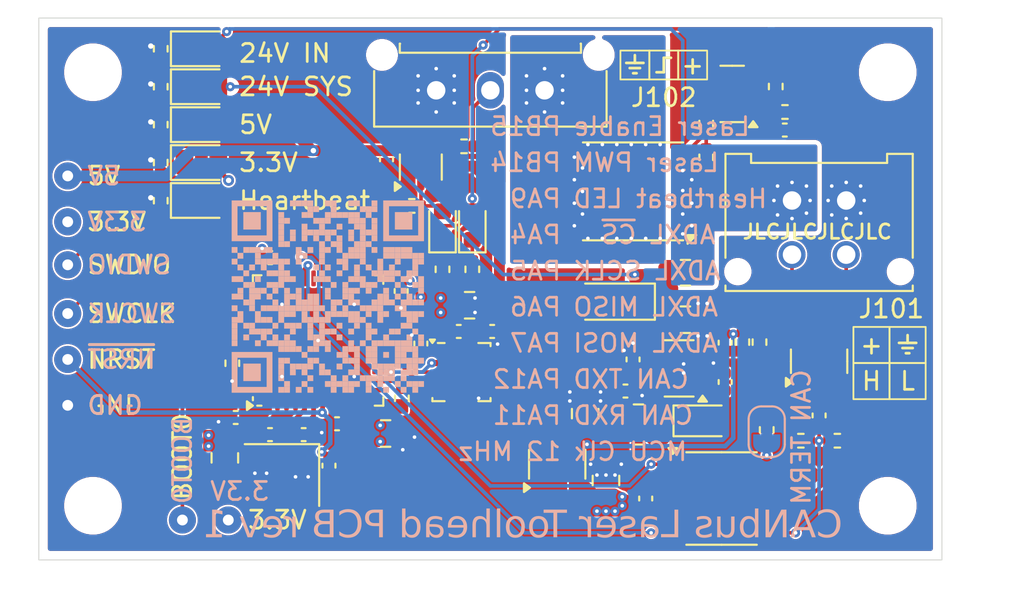
<source format=kicad_pcb>
(kicad_pcb (version 20241229) (generator "pcbnew") (generator_version "9.0")
  (title_block (title "CNbus Laser Toolhead PCB") (date "2025-11-26") (rev "rev. 1") (company "Ediard Iten"))
  (layers (0 "F.Cu" signal) (4 "In1.Cu" signal) (6 "In2.Cu" signal) (2 "B.Cu" signal) (13 "F.Paste" user) (15 "B.Paste" user) (5 "F.SilkS" user "F.Silkscreen") (7 "B.SilkS" user "B.Silkscreen") (1 "F.Mask" user) (3 "B.Mask" user) (25 "Edge.Cuts" user))
  (net 0 "")
  (net 1 "GND")
  (net 2 "/SW")
  (net 3 "Net-(U102-BST)")
  (net 4 "Net-(U102-FB)")
  (net 26 "Net-(U101-PF0)")
  (net 27 "Net-(U101-PF1)")
  (net 30 "/~{NRST}")
  (net 31 "/GATE_{L}")
  (net 32 "Net-(J102-Pin_2)")
  (net 33 "/DRAIN_{L}")
  (net 34 "Net-(Q102-G)")
  (net 35 "Net-(R109-Pad2)")
  (net 36 "/+24V_{L}")
  (net 37 "Net-(U105-Vref)")
  (net 38 "CAN_P")
  (net 39 "CAN_N")
  (net 40 "Net-(JP101-A)")
  (net 41 "Net-(U107-REGOUT)")
  (net 44 "Net-(U101-PA4)")
  (net 45 "Net-(U101-PA6)")
  (net 46 "Net-(U101-PA7)")
  (net 47 "Net-(U101-PA5)")
  (net 48 "/SWDIO")
  (net 49 "Net-(U101-PA12)")
  (net 50 "/SWCLK")
  (net 51 "Net-(U101-PA11)")
  (net 52 "Net-(D104-K)")
  (net 53 "V_{SYS}")
  (net 54 "Net-(D105-K)")
  (net 55 "Net-(D106-K)")
  (net 56 "Net-(D107-K)")
  (net 57 "Net-(D108-K)")
  (net 58 "Net-(D108-A)")
  (net 59 "Net-(D109-A)")
  (net 61 "Net-(D109-K)")
  (net 62 "Net-(D110-K)")
  (net 63 "/BOOT0")
  (net 64 "Net-(D110-A)")
  (net 65 "3.3V")
  (net 66 "5V")
  (net 67 "24V")
  (footprint "prj:NAMED_TEST_POINT" (layer "F.Cu") (at 101.6 83.660758)
    (property "Reference" "TP105" (hide yes))
    (property "Value" "/SWDIO")
  )
  (footprint "Resistor_SMD:R_0402_1005Metric" (layer "F.Cu") (at 106.75 78 90)
    (property "Reference" "R117" (hide yes))
    (property "Value" "220R")
  )
  (footprint "LED_SMD:LED_0805_2012Metric" (layer "F.Cu") (at 109 73.8)
    (property "Reference" "D105" (hide yes))
    (property "Value" "green")
  )
  (footprint "Resistor_SMD:R_0402_1005Metric" (layer "F.Cu") (at 120.1 91.05 -90)
    (property "Reference" "R113" (hide yes))
    (property "Value" "10k")
  )
  (footprint "prj:NAMED_TEST_POINT" (layer "F.Cu") (at 107.95 97.79 90)
    (property "Reference" "TP107" (hide yes))
    (property "Value" "/BOOT0")
  )
  (footprint "prj:NAMED_TEST_POINT" (layer "F.Cu") (at 101.6 81.28)
    (property "Reference" "TP102" (hide yes))
    (property "Value" "3.3V")
  )
  (footprint "Capacitor_SMD:C_0402_1005Metric" (layer "F.Cu") (at 143.2 92 90)
    (property "Reference" "C119" (hide yes))
    (property "Value" "4n7")
  )
  (footprint "Resistor_SMD:R_0402_1005Metric" (layer "F.Cu") (at 110.7125 89.11 90)
    (property "Reference" "R101" (hide yes))
    (property "Value" "10k")
  )
  (footprint "Resistor_SMD:R_0402_1005Metric" (layer "F.Cu") (at 142.19 93.4)
    (property "Reference" "R110" (hide yes))
    (property "Value" "60R4")
  )
  (footprint "MountingHole:MountingHole_2.7mm_M2.5" (layer "F.Cu") (at 147 73)
    (property "Reference" "H103" (hide yes))
    (property "Value" "MountingHole")
  )
  (footprint "Package_TO_SOT_SMD:SOT-23" (layer "F.Cu") (at 143.2 89 90)
    (property "Reference" "D103" (hide yes))
    (property "Value" "PESD1CAN")
  )
  (footprint "MountingHole:MountingHole_2.7mm_M2.5" (layer "F.Cu") (at 147 97)
    (property "Reference" "H104" (hide yes))
    (property "Value" "MountingHole")
  )
  (footprint "Resistor_SMD:R_0402_1005Metric" (layer "F.Cu") (at 106.75 80.11 90)
    (property "Reference" "R118" (hide yes))
    (property "Value" "1k")
  )
  (footprint "Package_DFN_QFN:AO_DFN-8-1EP_5.55x5.2mm_P1.27mm_EP4.12x4.6mm" (layer "F.Cu") (at 132.9 79.595 180)
    (property "Reference" "Q103" (hide yes))
    (property "Value" "CJAC70P06")
  )
  (footprint "prj:NAMED_TEST_POINT" (layer "F.Cu") (at 101.6 91.44)
    (property "Reference" "TP103" (hide yes))
    (property "Value" "GND")
  )
  (footprint "Connector_Molex:Molex_Micro-Fit_3.0_43650-0315_1x03_P3.00mm_Vertical" (layer "F.Cu") (at 122 74)
    (property "Reference" "J102")
    (property "Value" "Laser")
  )
  (footprint "Capacitor_SMD:C_0402_1005Metric" (layer "F.Cu") (at 116.5125 92.4625 180)
    (property "Reference" "C108" (hide yes))
    (property "Value" "100n")
  )
  (footprint "Package_SO:SOIC-8_3.9x4.9mm_P1.27mm" (layer "F.Cu") (at 137.8 96.6)
    (property "Reference" "U105" (hide yes))
    (property "Value" "SN65HVD230")
  )
  (footprint "MountingHole:MountingHole_2.7mm_M2.5" (layer "F.Cu") (at 103 73)
    (property "Reference" "H102" (hide yes))
    (property "Value" "MountingHole")
  )
  (footprint "Resistor_SMD:R_0402_1005Metric" (layer "F.Cu") (at 124 83.91 -90)
    (property "Reference" "R120" (hide yes))
    (property "Value" "470R")
  )
  (footprint "prj:NAMED_TEST_POINT" (layer "F.Cu") (at 101.6 86.36)
    (property "Reference" "TP106" (hide yes))
    (property "Value" "/SWCLK")
  )
  (footprint "LED_SMD:LED_0805_2012Metric" (layer "F.Cu") (at 109 71.7)
    (property "Reference" "D104" (hide yes))
    (property "Value" "green")
  )
  (footprint "Resistor_SMD:R_0402_1005Metric" (layer "F.Cu") (at 141.31 75.2)
    (property "Reference" "R107" (hide yes))
    (property "Value" "10k")
  )
  (footprint "Crystal:Crystal_SMD_3225-4Pin_3.2x2.5mm" (layer "F.Cu") (at 113.4625 95.3 180)
    (property "Reference" "Y101" (hide yes))
    (property "Value" "12 MHz")
  )
  (footprint "Resistor_SMD:R_0402_1005Metric" (layer "F.Cu") (at 136.95 75.84 90)
    (property "Reference" "R104" (hide yes))
    (property "Value" "100k")
  )
  (footprint "Resistor_SMD:R_0402_1005Metric" (layer "F.Cu") (at 122.35 83.91 -90)
    (property "Reference" "R119" (hide yes))
    (property "Value" "470R")
  )
  (footprint "Resistor_SMD:R_0402_1005Metric" (layer "F.Cu") (at 138.95 87.94 -90)
    (property "Reference" "R102" (hide yes))
    (property "Value" "51k")
  )
  (footprint "Capacitor_SMD:C_0402_1005Metric" (layer "F.Cu") (at 133.6 96.6 -90)
    (property "Reference" "C120" (hide yes))
    (property "Value" "100n")
  )
  (footprint "Resistor_SMD:R_0402_1005Metric" (layer "F.Cu") (at 106.75 73.8 90)
    (property "Reference" "R115" (hide yes))
    (property "Value" "33k")
  )
  (footprint "Package_TO_SOT_SMD:SOT-23-6" (layer "F.Cu") (at 135.45 89.395 180)
    (property "Reference" "U102" (hide yes))
    (property "Value" "MP2459")
  )
  (footprint "Resistor_SMD:R_0402_1005Metric" (layer "F.Cu") (at 120.65 80.4)
    (property "Reference" "R108" (hide yes))
    (property "Value" "10k")
  )
  (footprint "Diode_SMD:D_SOD-323" (layer "F.Cu") (at 136.75 92.3)
    (property "Reference" "D102" (hide yes))
    (property "Value" "1N5819WS")
  )
  (footprint "Capacitor_SMD:C_0805_2012Metric" (layer "F.Cu") (at 110.3 94.35 -90)
    (property "Reference" "C103" (hide yes))
    (property "Value" "10u")
  )
  (footprint "Capacitor_SMD:C_0402_1005Metric" (layer "F.Cu") (at 120.0625 85.1125 -90)
    (property "Reference" "C106" (hide yes))
    (property "Value" "100n")
  )
  (footprint "Package_LGA:LGA-16_3x3mm_P0.5mm_LayoutBorder3x5y" (layer "F.Cu") (at 123.4 89.6)
    (property "Reference" "U107" (hide yes))
    (property "Value" "ICM-20602")
  )
  (footprint "Package_DFN_QFN:QFN-48-1EP_7x7mm_P0.5mm_EP5.6x5.6mm" (layer "F.Cu") (at 115.4625 87.85 90)
    (property "Reference" "U101" (hide yes))
    (property "Value" "STM32F072CBUx")
  )
  (footprint "Fuse:Fuse_0805_2012Metric" (layer "F.Cu") (at 135.8 84.1 180)
    (property "Reference" "F101" (hide yes))
    (property "Value" "250mA")
  )
  (footprint "Capacitor_SMD:C_0402_1005Metric" (layer "F.Cu") (at 119.25 77.82 -90)
    (property "Reference" "C118" (hide yes))
    (property "Value" "100n")
  )
  (footprint "prj:NAMED_TEST_POINT" (layer "F.Cu") (at 110.49 97.79)
    (property "Reference" "TP108" (hide yes))
    (property "Value" "3.3V")
  )
  (footprint "Capacitor_SMD:C_0402_1005Metric" (layer "F.Cu") (at 132.9 88.9 90)
    (property "Reference" "C113" (hide yes))
    (property "Value" "100n")
  )
  (footprint "Resistor_SMD:R_0402_1005Metric" (layer "F.Cu") (at 140.8 73.79 -90)
    (property "Reference" "R106" (hide yes))
    (property "Value" "100k")
  )
  (footprint "Capacitor_SMD:C_0402_1005Metric" (layer "F.Cu") (at 112.8 93.0625 180)
    (property "Reference" "C102" (hide yes))
    (property "Value" "33p")
  )
  (footprint "Capacitor_SMD:C_0805_2012Metric" (layer "F.Cu") (at 123.85 85.9)
    (property "Reference" "C121" (hide yes))
    (property "Value" "10u")
  )
  (footprint "LED_SMD:LED_0603_1608Metric" (layer "F.Cu") (at 124 81.4875 90)
    (property "Reference" "D110" (hide yes))
    (property "Value" "red")
  )
  (footprint "Resistor_SMD:R_0402_1005Metric" (layer "F.Cu") (at 139.9 87.94 90)
    (property "Reference" "R103" (hide yes))
    (property "Value" "10k")
  )
  (footprint "Capacitor_SMD:C_0402_1005Metric" (layer "F.Cu") (at 132.48 90.65)
    (property "Reference" "C114" (hide yes))
    (property "Value" "100n")
  )
  (footprint "Package_TO_SOT_SMD:SOT-353_SC-70-5" (layer "F.Cu") (at 121.15 78.25 90)
    (property "Reference" "U104" (hide yes))
    (property "Value" "74AHCT1G125")
  )
  (footprint "Connector_Molex:Molex_Micro-Fit_3.0_43045-0412_2x02_P3.00mm_Vertical" (layer "F.Cu") (at 141.7 80.1)
    (property "Reference" "J101")
    (property "Value" "In")
  )
  (footprint "Capacitor_SMD:C_0402_1005Metric" (layer "F.Cu") (at 138 87.97 -90)
    (property "Reference" "C115" (hide yes))
    (property "Value" "33p")
  )
  (footprint "LED_SMD:LED_0805_2012Metric" (layer "F.Cu") (at 109 75.9)
    (property "Reference" "D106" (hide yes))
    (property "Value" "green")
  )
  (footprint "Resistor_SMD:R_0402_1005Metric" (layer "F.Cu") (at 123.54 77.1 180)
    (property "Reference" "R109" (hide yes))
    (property "Value" "1k")
  )
  (footprint "prj:NAMED_TEST_POINT" (layer "F.Cu") (at 101.6 88.9)
    (property "Reference" "TP104" (hide yes))
    (property "Value" "/~{NRST}")
  )
  (footprint "Capacitor_SMD:C_0805_2012Metric" (layer "F.Cu") (at 130.25 91.9 90)
    (property "Reference" "C112" (hide yes))
    (property "Value" "22u")
  )
  (footprint "Resistor_SMD:R_0402_1005Metric" (layer "F.Cu") (at 140.3 92.8 -90)
    (property "Reference" "R112" (hide yes))
    (property "Value" "10k")
  )
  (footprint "Resistor_SMD:R_0402_1005Metric" (layer "F.Cu") (at 144.21 93.4)
    (property "Reference" "R111" (hide yes))
    (property "Value" "60R4")
  )
  (footprint "Resistor_SMD:R_0402_1005Metric" (layer "F.Cu") (at 136.95 77.71 -90)
    (property "Reference" "R105" (hide yes))
    (property "Value" "100k")
  )
  (footprint "LED_SMD:LED_0805_2012Metric" (layer "F.Cu") (at 109 78)
    (property "Reference" "D107" (hide yes))
    (property "Value" "green")
  )
  (footprint "LED_SMD:LED_0603_1608Metric" (layer "F.Cu") (at 122.35 81.4875 90)
    (property "Reference" "D109" (hide yes))
    (property "Value" "red")
  )
  (footprint "Capacitor_SMD:C_0402_1005Metric" (layer "F.Cu") (at 110.9 92.1125 180)
    (property "Reference" "C109" (hide yes))
    (property "Value" "100n")
  )
  (footprint "LED_SMD:LED_0805_2012Metric" (layer "F.Cu") (at 109 80.1)
    (property "Reference" "D108" (hide yes))
    (property "Value" "yellow")
  )
  (footprint "Resistor_SMD:R_0402_1005Metric" (layer "F.Cu") (at 106.75 71.7 90)
    (property "Reference" "R114" (hide yes))
    (property "Value" "33k")
  )
  (footprint "Resistor_SMD:R_0402_1005Metric" (layer "F.Cu") (at 106.75 75.9 90)
    (property "Reference" "R116" (hide yes))
    (property "Value" "3.3k")
  )
  (footprint "Capacitor_SMD:C_0402_1005Metric" (layer "F.Cu") (at 114.6625 93.0625)
    (property "Reference" "C101" (hide yes))
    (property "Value" "33p")
  )
  (footprint "Package_TO_SOT_SMD:SOT-23-3" (layer "F.Cu") (at 128.7 94.7 90)
    (property "Reference" "U103" (hide yes))
    (property "Value" "XC6206P332MR-G")
  )
  (footprint "prj:NAMED_TEST_POINT" (layer "F.Cu") (at 101.6 78.74)
    (property "Reference" "TP101" (hide yes))
    (property "Value" "5V")
  )
  (footprint "Capacitor_SMD:C_0402_1005Metric" (layer "F.Cu") (at 123.25 87.35)
    (property "Reference" "C122" (hide yes))
    (property "Value" "100n")
  )
  (footprint "Capacitor_SMD:C_0402_1005Metric" (layer "F.Cu") (at 121.15 88.02 90)
    (property "Reference" "C123" (hide yes))
    (property "Value" "100n")
  )
  (footprint "Capacitor_SMD:C_0402_1005Metric" (layer "F.Cu") (at 138 90.15 -90)
    (property "Reference" "C111" (hide yes))
    (property "Value" "100n")
  )
  (footprint "Capacitor_SMD:C_0402_1005Metric" (layer "F.Cu") (at 112.8125 83.2625)
    (property "Reference" "C105" (hide yes))
    (property "Value" "100n")
  )
  (footprint "Inductor_SMD:L_1008_2520Metric" (layer "F.Cu") (at 133.2 92.5 180)
    (property "Reference" "L101" (hide yes))
    (property "Value" "L")
  )
  (footprint "MountingHole:MountingHole_2.7mm_M2.5" (layer "F.Cu") (at 103 97)
    (property "Reference" "H101" (hide yes))
    (property "Value" "MountingHole")
  )
  (footprint "Diode_SMD:D_SOD-123F" (layer "F.Cu") (at 131.9 85.7 180)
    (property "Reference" "D101" (hide yes))
    (property "Value" "SMF24A")
  )
  (footprint "Capacitor_SMD:C_0805_2012Metric" (layer "F.Cu") (at 135.8 86.7)
    (property "Reference" "C110" (hide yes))
    (property "Value" "10u")
  )
  (footprint "Capacitor_SMD:C_0402_1005Metric" (layer "F.Cu") (at 116.0625 94.78 90)
    (property "Reference" "C107" (hide yes))
    (property "Value" "100n")
  )
  (footprint "Package_TO_SOT_SMD:SOT-23" (layer "F.Cu") (at 138.3875 74.2 180)
    (property "Reference" "Q102" (hide yes))
    (property "Value" "2N7002")
  )
  (footprint "Capacitor_SMD:C_0402_1005Metric" (layer "F.Cu") (at 125.1 87.35)
    (property "Reference" "C104" (hide yes))
    (property "Value" "100n")
  )
  (footprint "Capacitor_SMD:C_0402_1005Metric" (layer "F.Cu") (at 141.3 76.2)
    (property "Reference" "C117" (hide yes))
    (property "Value" "100n")
  )
  (footprint "Capacitor_SMD:C_0805_2012Metric" (layer "F.Cu") (at 119.2 93)
    (property "Reference" "C124" (hide yes))
    (property "Value" "10u")
  )
  (footprint "Capacitor_SMD:C_0805_2012Metric" (layer "F.Cu") (at 131.4 95.6 90)
    (property "Reference" "C116" (hide yes))
    (property "Value" "10u")
  )
  (footprint "Jumper:SolderJumper-2_P1.3mm_Bridged_RoundedPad1.0x1.5mm" (layer "B.Cu") (at 140.3 92.9 90)
    (property "Reference" "JP101" (hide yes))
    (property "Value" "Term")
  )
  (gr_line (start 134.6 72.2) (end 135 72.2) (stroke (width 0.15)) (layer "F.SilkS"))
  (gr_line (start 134.2 73) (end 134.6 73) (stroke (width 0.15)) (layer "F.SilkS"))
  (gr_rect (start 145.1 87.1) (end 147.1 89.1) (stroke (width 0.1)) (fill no) (layer "F.SilkS"))
  (gr_line (start 134.6 73) (end 134.6 72.2) (stroke (width 0.15)) (layer "F.SilkS"))
  (gr_rect (start 135.4 71.8) (end 137 73.4) (stroke (width 0.1)) (fill no) (layer "F.SilkS"))
  (gr_rect (start 132.2 71.8) (end 133.8 73.4) (stroke (width 0.1)) (fill no) (layer "F.SilkS"))
  (gr_rect (start 147.1 87.1) (end 149.1 89.1) (stroke (width 0.1)) (fill no) (layer "F.SilkS"))
  (gr_rect (start 145.1 89.1) (end 147.1 91.1) (stroke (width 0.1)) (fill no) (layer "F.SilkS"))
  (gr_rect (start 147.1 89.1) (end 149.1 91.1) (stroke (width 0.1)) (fill no) (layer "F.SilkS"))
  (gr_rect (start 133.8 71.8) (end 135.4 73.4) (stroke (width 0.1)) (fill no) (layer "F.SilkS"))
  (gr_poly (pts (xy 114.226625 89.775914) (xy 113.903963 89.775914) (xy 113.903963 89.453251) (xy 114.226625 89.453251)) (fill yes) (layer "B.SilkS"))
  (gr_poly (pts (xy 115.517276 85.903963) (xy 115.194614 85.903963) (xy 115.194614 85.5813) (xy 115.517276 85.5813)) (fill yes) (layer "B.SilkS"))
  (gr_poly (pts (xy 119.389228 85.258638) (xy 119.066564 85.258638) (xy 119.066564 84.935975) (xy 119.389228 84.935975)) (fill yes) (layer "B.SilkS"))
  (gr_poly (pts (xy 118.421239 82.677337) (xy 118.098577 82.677337) (xy 118.098577 82.354675) (xy 118.421239 82.354675)) (fill yes) (layer "B.SilkS"))
  (gr_poly (pts (xy 115.194614 82.032012) (xy 114.871951 82.032012) (xy 114.871951 81.709349) (xy 115.194614 81.709349)) (fill yes) (layer "B.SilkS"))
  (gr_poly (pts (xy 113.903963 86.226626) (xy 113.581301 86.226626) (xy 113.581301 85.903963) (xy 113.903963 85.903963)) (fill yes) (layer "B.SilkS"))
  (gr_poly (pts (xy 115.194614 87.517276) (xy 114.871951 87.517276) (xy 114.871951 87.194613) (xy 115.194614 87.194613)) (fill yes) (layer "B.SilkS"))
  (gr_poly (pts (xy 116.485264 80.741361) (xy 116.162601 80.741361) (xy 116.162601 80.418699) (xy 116.485264 80.418699)) (fill yes) (layer "B.SilkS"))
  (gr_poly (pts (xy 121.325202 88.162601) (xy 121.00254 88.162601) (xy 121.00254 87.839938) (xy 121.325202 87.839938)) (fill yes) (layer "B.SilkS"))
  (gr_poly (pts (xy 113.581301 86.871951) (xy 113.258638 86.871951) (xy 113.258638 86.549288) (xy 113.581301 86.549288)) (fill yes) (layer "B.SilkS"))
  (gr_poly (pts (xy 118.743902 82.032012) (xy 118.421239 82.032012) (xy 118.421239 81.709349) (xy 118.743902 81.709349)) (fill yes) (layer "B.SilkS"))
  (gr_poly (pts (xy 119.389228 87.839938) (xy 119.066564 87.839938) (xy 119.066564 87.517276) (xy 119.389228 87.517276)) (fill yes) (layer "B.SilkS"))
  (gr_poly (pts (xy 114.226625 87.517276) (xy 113.903963 87.517276) (xy 113.903963 87.194613) (xy 114.226625 87.194613)) (fill yes) (layer "B.SilkS"))
  (gr_poly (pts (xy 117.453252 90.42124) (xy 117.130589 90.42124) (xy 117.130589 90.098577) (xy 117.453252 90.098577)) (fill yes) (layer "B.SilkS"))
  (gr_poly (pts (xy 118.743902 90.098577) (xy 118.421239 90.098577) (xy 118.421239 89.775914) (xy 118.743902 89.775914)) (fill yes) (layer "B.SilkS"))
  (gr_poly (pts (xy 116.485264 90.743901) (xy 116.162601 90.743901) (xy 116.162601 90.421239) (xy 116.485264 90.421239)) (fill yes) (layer "B.SilkS"))
  (gr_poly (pts (xy 118.421239 85.258638) (xy 118.098577 85.258638) (xy 118.098577 84.935975) (xy 118.421239 84.935975)) (fill yes) (layer "B.SilkS"))
  (gr_poly (pts (xy 113.258638 85.258638) (xy 112.935976 85.258638) (xy 112.935976 84.935975) (xy 113.258638 84.935975)) (fill yes) (layer "B.SilkS"))
  (gr_poly (pts (xy 117.775914 89.453251) (xy 117.453252 89.453251) (xy 117.453252 89.130588) (xy 117.775914 89.130588)) (fill yes) (layer "B.SilkS"))
  (gr_poly (pts (xy 118.421239 82.032012) (xy 118.098577 82.032012) (xy 118.098577 81.709349) (xy 118.421239 81.709349)) (fill yes) (layer "B.SilkS"))
  (gr_poly (pts (xy 113.903963 81.386687) (xy 113.581301 81.386687) (xy 113.581301 81.064024) (xy 113.903963 81.064024)) (fill yes) (layer "B.SilkS"))
  (gr_poly (pts (xy 121.325202 89.130588) (xy 121.00254 89.130588) (xy 121.00254 88.807926) (xy 121.325202 88.807926)) (fill yes) (layer "B.SilkS"))
  (gr_poly (pts (xy 121.325202 84.935975) (xy 121.00254 84.935975) (xy 121.00254 84.613313) (xy 121.325202 84.613313)) (fill yes) (layer "B.SilkS"))
  (gr_poly (pts (xy 118.743902 88.807927) (xy 118.421239 88.807927) (xy 118.421239 88.485263) (xy 118.743902 88.485263)) (fill yes) (layer "B.SilkS"))
  (gr_poly (pts (xy 119.066564 86.226626) (xy 118.743902 86.226626) (xy 118.743902 85.903963) (xy 119.066564 85.903963)) (fill yes) (layer "B.SilkS"))
  (gr_poly (pts (xy 117.453252 80.418699) (xy 117.130589 80.418699) (xy 117.130589 80.096036) (xy 117.453252 80.096036)) (fill yes) (layer "B.SilkS"))
  (gr_poly (pts (xy 115.839939 83) (xy 115.517276 83) (xy 115.517276 82.677337) (xy 115.839939 82.677337)) (fill yes) (layer "B.SilkS"))
  (gr_poly (pts (xy 119.711889 83.967987) (xy 119.389227 83.967987) (xy 119.389227 83.645325) (xy 119.711889 83.645325)) (fill yes) (layer "B.SilkS"))
  (gr_poly (pts (xy 119.389228 88.162601) (xy 119.066564 88.162601) (xy 119.066564 87.839938) (xy 119.389228 87.839938)) (fill yes) (layer "B.SilkS"))
  (gr_poly (pts (xy 113.581301 82.677337) (xy 113.258638 82.677337) (xy 113.258638 82.354675) (xy 113.581301 82.354675)) (fill yes) (layer "B.SilkS"))
  (gr_poly (pts (xy 115.839939 84.29065) (xy 115.517276 84.29065) (xy 115.517276 83.967987) (xy 115.839939 83.967987)) (fill yes) (layer "B.SilkS"))
  (gr_poly (pts (xy 121.325202 83.322662) (xy 121.00254 83.322662) (xy 121.00254 83) (xy 121.325202 83)) (fill yes) (layer "B.SilkS"))
  (gr_poly (pts (xy 113.581301 89.130588) (xy 113.258638 89.130588) (xy 113.258638 88.807926) (xy 113.581301 88.807926)) (fill yes) (layer "B.SilkS"))
  (gr_poly (pts (xy 119.389228 83.322662) (xy 119.066564 83.322662) (xy 119.066564 83) (xy 119.389228 83)) (fill yes) (layer "B.SilkS"))
  (gr_poly (pts (xy 117.453252 85.258638) (xy 117.130589 85.258638) (xy 117.130589 84.935975) (xy 117.453252 84.935975)) (fill yes) (layer "B.SilkS"))
  (gr_poly (pts (xy 118.743902 88.162601) (xy 118.421239 88.162601) (xy 118.421239 87.839938) (xy 118.743902 87.839938)) (fill yes) (layer "B.SilkS"))
  (gr_poly (pts (xy 115.194614 86.226626) (xy 114.871951 86.226626) (xy 114.871951 85.903963) (xy 115.194614 85.903963)) (fill yes) (layer "B.SilkS"))
  (gr_poly (pts (xy 117.775914 81.709349) (xy 117.453252 81.709349) (xy 117.453252 81.386687) (xy 117.775914 81.386687)) (fill yes) (layer "B.SilkS"))
  (gr_poly (pts (xy 115.839939 87.839938) (xy 115.517276 87.839938) (xy 115.517276 87.517276) (xy 115.839939 87.517276)) (fill yes) (layer "B.SilkS"))
  (gr_poly (pts (xy 113.258638 88.162601) (xy 112.935976 88.162601) (xy 112.935976 87.839938) (xy 113.258638 87.839938)) (fill yes) (layer "B.SilkS"))
  (gr_poly (pts (xy 118.098577 81.386687) (xy 117.775914 81.386687) (xy 117.775914 81.064024) (xy 118.098577 81.064024)) (fill yes) (layer "B.SilkS"))
  (gr_poly (pts (xy 118.421239 88.807927) (xy 118.098577 88.807927) (xy 118.098577 88.485263) (xy 118.421239 88.485263)) (fill yes) (layer "B.SilkS"))
  (gr_poly (pts (xy 112.935975 83) (xy 112.613313 83) (xy 112.613313 82.677337) (xy 112.935975 82.677337)) (fill yes) (layer "B.SilkS"))
  (gr_poly (pts (xy 117.130589 86.226626) (xy 116.807926 86.226626) (xy 116.807926 85.903963) (xy 117.130589 85.903963)) (fill yes) (layer "B.SilkS"))
  (gr_poly (pts (xy 119.389228 85.5813) (xy 119.066564 85.5813) (xy 119.066564 85.258638) (xy 119.389228 85.258638)) (fill yes) (layer "B.SilkS"))
  (gr_poly (pts (xy 114.871951 86.226626) (xy 114.549288 86.226626) (xy 114.549288 85.903963) (xy 114.871951 85.903963)) (fill yes) (layer "B.SilkS"))
  (gr_poly (pts (xy 115.194614 86.871951) (xy 114.871951 86.871951) (xy 114.871951 86.549288) (xy 115.194614 86.549288)) (fill yes) (layer "B.SilkS"))
  (gr_poly (pts (xy 115.839939 84.613313) (xy 115.517276 84.613313) (xy 115.517276 84.29065) (xy 115.839939 84.29065)) (fill yes) (layer "B.SilkS"))
  (gr_poly (pts (xy 117.453252 84.613313) (xy 117.130589 84.613313) (xy 117.130589 84.29065) (xy 117.453252 84.29065)) (fill yes) (layer "B.SilkS"))
  (gr_poly (pts (xy 113.903963 87.839938) (xy 113.581301 87.839938) (xy 113.581301 87.517276) (xy 113.903963 87.517276)) (fill yes) (layer "B.SilkS"))
  (gr_poly (pts (xy 113.581301 89.775914) (xy 113.258638 89.775914) (xy 113.258638 89.453251) (xy 113.581301 89.453251)) (fill yes) (layer "B.SilkS"))
  (gr_poly (pts (xy 115.194614 80.418699) (xy 114.871951 80.418699) (xy 114.871951 80.096036) (xy 115.194614 80.096036)) (fill yes) (layer "B.SilkS"))
  (gr_poly (pts (xy 113.903963 90.743901) (xy 113.581301 90.743901) (xy 113.581301 90.421239) (xy 113.903963 90.421239)) (fill yes) (layer "B.SilkS"))
  (gr_poly (pts (xy 119.389228 85.903963) (xy 119.066564 85.903963) (xy 119.066564 85.5813) (xy 119.389228 85.5813)) (fill yes) (layer "B.SilkS"))
  (gr_poly (pts (xy 113.581301 88.485263) (xy 113.258638 88.485263) (xy 113.258638 88.162601) (xy 113.581301 88.162601)) (fill yes) (layer "B.SilkS"))
  (gr_poly (pts (xy 113.903963 85.5813) (xy 113.581301 85.5813) (xy 113.581301 85.258638) (xy 113.903963 85.258638)) (fill yes) (layer "B.SilkS"))
  (gr_poly (pts (xy 112.613313 83.645324) (xy 112.29065 83.645324) (xy 112.29065 83.322662) (xy 112.613313 83.322662)) (fill yes) (layer "B.SilkS"))
  (gr_poly (pts (xy 120.034552 83) (xy 119.711889 83) (xy 119.711889 82.677337) (xy 120.034552 82.677337)) (fill yes) (layer "B.SilkS"))
  (gr_poly (pts (xy 119.066564 89.453251) (xy 118.743902 89.453251) (xy 118.743902 89.130588) (xy 119.066564 89.130588)) (fill yes) (layer "B.SilkS"))
  (gr_poly (pts (xy 118.098577 82.032012) (xy 117.775914 82.032012) (xy 117.775914 81.709349) (xy 118.098577 81.709349)) (fill yes) (layer "B.SilkS"))
  (gr_poly (pts (xy 111.967988 87.517276) (xy 111.645325 87.517276) (xy 111.645325 87.194613) (xy 111.967988 87.194613)) (fill yes) (layer "B.SilkS"))
  (gr_poly (pts (xy 119.066564 83.967987) (xy 118.743902 83.967987) (xy 118.743902 83.645325) (xy 119.066564 83.645325)) (fill yes) (layer "B.SilkS"))
  (gr_poly (pts (xy 114.226625 88.485263) (xy 113.903963 88.485263) (xy 113.903963 88.162601) (xy 114.226625 88.162601)) (fill yes) (layer "B.SilkS"))
  (gr_poly (pts (xy 113.581301 82.354674) (xy 113.258638 82.354674) (xy 113.258638 82.032012) (xy 113.581301 82.032012)) (fill yes) (layer "B.SilkS"))
  (gr_poly (pts (xy 121.325202 86.549288) (xy 121.00254 86.549288) (xy 121.00254 86.226625) (xy 121.325202 86.226625)) (fill yes) (layer "B.SilkS"))
  (gr_poly (pts (xy 116.162601 84.613313) (xy 115.839939 84.613313) (xy 115.839939 84.29065) (xy 116.162601 84.29065)) (fill yes) (layer "B.SilkS"))
  (gr_poly (pts (xy 117.775914 88.807927) (xy 117.453252 88.807927) (xy 117.453252 88.485263) (xy 117.775914 88.485263)) (fill yes) (layer "B.SilkS"))
  (gr_poly (pts (xy 116.485264 81.064024) (xy 116.162601 81.064024) (xy 116.162601 80.741361) (xy 116.485264 80.741361)) (fill yes) (layer "B.SilkS"))
  (gr_poly (pts (xy 115.517276 84.613313) (xy 115.194614 84.613313) (xy 115.194614 84.29065) (xy 115.517276 84.29065)) (fill yes) (layer "B.SilkS"))
  (gr_poly (pts (xy 113.903963 82.677337) (xy 113.581301 82.677337) (xy 113.581301 82.354675) (xy 113.903963 82.354675)) (fill yes) (layer "B.SilkS"))
  (gr_poly (pts (xy 114.226625 86.549288) (xy 113.903963 86.549288) (xy 113.903963 86.226625) (xy 114.226625 86.226625)) (fill yes) (layer "B.SilkS"))
  (gr_poly (pts (xy 120.034552 84.935975) (xy 119.711889 84.935975) (xy 119.711889 84.613313) (xy 120.034552 84.613313)) (fill yes) (layer "B.SilkS"))
  (gr_poly (pts (xy 116.807927 85.903963) (xy 116.485264 85.903963) (xy 116.485264 85.5813) (xy 116.807927 85.5813)) (fill yes) (layer "B.SilkS"))
  (gr_poly (pts (xy 116.807927 84.29065) (xy 116.485264 84.29065) (xy 116.485264 83.967987) (xy 116.807927 83.967987)) (fill yes) (layer "B.SilkS"))
  (gr_poly (pts (xy 111.645325 85.903963) (xy 111.322662 85.903963) (xy 111.322662 85.5813) (xy 111.645325 85.5813)) (fill yes) (layer "B.SilkS"))
  (gr_poly (pts (xy 121.325202 83.645324) (xy 121.00254 83.645324) (xy 121.00254 83.322662) (xy 121.325202 83.322662)) (fill yes) (layer "B.SilkS"))
  (gr_poly (pts (xy 118.743902 83) (xy 118.421239 83) (xy 118.421239 82.677337) (xy 118.743902 82.677337)) (fill yes) (layer "B.SilkS"))
  (gr_poly (pts (xy 112.29065 85.258638) (xy 111.967988 85.258638) (xy 111.967988 84.935975) (xy 112.29065 84.935975)) (fill yes) (layer "B.SilkS"))
  (gr_poly (pts (xy 117.130589 85.258638) (xy 116.807926 85.258638) (xy 116.807926 84.935975) (xy 117.130589 84.935975)) (fill yes) (layer "B.SilkS"))
  (gr_poly (pts (xy 118.098577 83.322662) (xy 117.775914 83.322662) (xy 117.775914 83) (xy 118.098577 83)) (fill yes) (layer "B.SilkS"))
  (gr_poly (pts (xy 113.258638 87.194613) (xy 112.935976 87.194613) (xy 112.935976 86.871951) (xy 113.258638 86.871951)) (fill yes) (layer "B.SilkS"))
  (gr_poly (pts (xy 118.743902 89.130588) (xy 118.421239 89.130588) (xy 118.421239 88.807926) (xy 118.743902 88.807926)) (fill yes) (layer "B.SilkS"))
  (gr_poly (pts (xy 113.903963 90.42124) (xy 113.581301 90.42124) (xy 113.581301 90.098577) (xy 113.903963 90.098577)) (fill yes) (layer "B.SilkS"))
  (gr_poly (pts (xy 118.421239 90.743901) (xy 118.098577 90.743901) (xy 118.098577 90.421239) (xy 118.421239 90.421239)) (fill yes) (layer "B.SilkS"))
  (gr_poly (pts (xy 121.002541 88.485263) (xy 120.679878 88.485263) (xy 120.679878 88.162601) (xy 121.002541 88.162601)) (fill yes) (layer "B.SilkS"))
  (gr_poly (pts (xy 117.130589 90.098577) (xy 116.807926 90.098577) (xy 116.807926 89.775914) (xy 117.130589 89.775914)) (fill yes) (layer "B.SilkS"))
  (gr_poly (pts (xy 114.549288 83.322662) (xy 114.226626 83.322662) (xy 114.226626 83) (xy 114.549288 83)) (fill yes) (layer "B.SilkS"))
  (gr_poly (pts (xy 111.645325 87.194613) (xy 111.322662 87.194613) (xy 111.322662 86.871951) (xy 111.645325 86.871951)) (fill yes) (layer "B.SilkS"))
  (gr_poly (pts (xy 117.775914 88.485263) (xy 117.453252 88.485263) (xy 117.453252 88.162601) (xy 117.775914 88.162601)) (fill yes) (layer "B.SilkS"))
  (gr_poly (pts (xy 116.162601 88.485263) (xy 115.839939 88.485263) (xy 115.839939 88.162601) (xy 116.162601 88.162601)) (fill yes) (layer "B.SilkS"))
  (gr_poly (pts (xy 116.807927 88.807927) (xy 116.485264 88.807927) (xy 116.485264 88.485263) (xy 116.807927 88.485263)) (fill yes) (layer "B.SilkS"))
  (gr_poly (pts (xy 111.967988 84.935975) (xy 111.645325 84.935975) (xy 111.645325 84.613313) (xy 111.967988 84.613313)) (fill yes) (layer "B.SilkS"))
  (gr_poly (pts (xy 119.066564 83.645324) (xy 118.743902 83.645324) (xy 118.743902 83.322662) (xy 119.066564 83.322662)) (fill yes) (layer "B.SilkS"))
  (gr_poly (pts (xy 118.421239 86.226626) (xy 118.098577 86.226626) (xy 118.098577 85.903963) (xy 118.421239 85.903963)) (fill yes) (layer "B.SilkS"))
  (gr_poly (pts (xy 118.743902 88.485263) (xy 118.421239 88.485263) (xy 118.421239 88.162601) (xy 118.743902 88.162601)) (fill yes) (layer "B.SilkS"))
  (gr_poly (pts (xy 116.162601 90.42124) (xy 115.839939 90.42124) (xy 115.839939 90.098577) (xy 116.162601 90.098577)) (fill yes) (layer "B.SilkS"))
  (gr_poly (pts (xy 116.485264 82.032012) (xy 116.162601 82.032012) (xy 116.162601 81.709349) (xy 116.485264 81.709349)) (fill yes) (layer "B.SilkS"))
  (gr_poly (pts (xy 116.485264 87.517276) (xy 116.162601 87.517276) (xy 116.162601 87.194613) (xy 116.485264 87.194613)) (fill yes) (layer "B.SilkS"))
  (gr_poly (pts (xy 117.453252 81.064024) (xy 117.130589 81.064024) (xy 117.130589 80.741361) (xy 117.453252 80.741361)) (fill yes) (layer "B.SilkS"))
  (gr_poly (pts (xy 117.453252 86.871951) (xy 117.130589 86.871951) (xy 117.130589 86.549288) (xy 117.453252 86.549288)) (fill yes) (layer "B.SilkS"))
  (gr_poly (pts (xy 114.226625 84.613313) (xy 113.903963 84.613313) (xy 113.903963 84.29065) (xy 114.226625 84.29065)) (fill yes) (layer "B.SilkS"))
  (gr_poly (pts (xy 117.453252 81.386687) (xy 117.130589 81.386687) (xy 117.130589 81.064024) (xy 117.453252 81.064024)) (fill yes) (layer "B.SilkS"))
  (gr_poly (pts (xy 119.066564 84.613313) (xy 118.743902 84.613313) (xy 118.743902 84.29065) (xy 119.066564 84.29065)) (fill yes) (layer "B.SilkS"))
  (gr_poly (pts (xy 119.389228 84.613313) (xy 119.066564 84.613313) (xy 119.066564 84.29065) (xy 119.389228 84.29065)) (fill yes) (layer "B.SilkS"))
  (gr_poly (pts (xy 119.389228 89.775914) (xy 119.066564 89.775914) (xy 119.066564 89.453251) (xy 119.389228 89.453251)) (fill yes) (layer "B.SilkS"))
  (gr_poly (pts (xy 114.871951 88.807927) (xy 114.549288 88.807927) (xy 114.549288 88.485263) (xy 114.871951 88.485263)) (fill yes) (layer "B.SilkS"))
  (gr_poly (pts (xy 121.002541 89.130588) (xy 120.679878 89.130588) (xy 120.679878 88.807926) (xy 121.002541 88.807926)) (fill yes) (layer "B.SilkS"))
  (gr_poly (pts (xy 115.517276 87.839938) (xy 115.194614 87.839938) (xy 115.194614 87.517276) (xy 115.517276 87.517276)) (fill yes) (layer "B.SilkS"))
  (gr_poly (pts (xy 112.29065 85.5813) (xy 111.967988 85.5813) (xy 111.967988 85.258638) (xy 112.29065 85.258638)) (fill yes) (layer "B.SilkS"))
  (gr_poly (pts (xy 119.066564 86.871951) (xy 118.743902 86.871951) (xy 118.743902 86.549288) (xy 119.066564 86.549288)) (fill yes) (layer "B.SilkS"))
  (gr_poly (pts (xy 112.29065 90.098576) (xy 111.322662 90.098576) (xy 111.322662 89.130588) (xy 112.29065 89.130588)) (fill yes) (layer "B.SilkS"))
  (gr_poly (pts (xy 117.453252 85.5813) (xy 117.130589 85.5813) (xy 117.130589 85.258638) (xy 117.453252 85.258638)) (fill yes) (layer "B.SilkS"))
  (gr_poly (pts (xy 111 87.194613) (xy 110.677337 87.194613) (xy 110.677337 86.871951) (xy 111 86.871951)) (fill yes) (layer "B.SilkS"))
  (gr_poly (pts (xy 116.485264 90.42124) (xy 116.162601 90.42124) (xy 116.162601 90.098577) (xy 116.485264 90.098577)) (fill yes) (layer "B.SilkS"))
  (gr_poly (pts (xy 115.517276 82.354674) (xy 115.194614 82.354674) (xy 115.194614 82.032012) (xy 115.517276 82.032012)) (fill yes) (layer "B.SilkS"))
  (gr_poly (pts (xy 120.357215 85.258638) (xy 120.034552 85.258638) (xy 120.034552 84.935975) (xy 120.357215 84.935975)) (fill yes) (layer "B.SilkS"))
  (gr_poly (pts (xy 120.034552 90.42124) (xy 119.711889 90.42124) (xy 119.711889 90.098577) (xy 120.034552 90.098577)) (fill yes) (layer "B.SilkS"))
  (gr_poly (pts (xy 114.549288 80.418699) (xy 114.226626 80.418699) (xy 114.226626 80.096036) (xy 114.549288 80.096036)) (fill yes) (layer "B.SilkS"))
  (gr_poly (pts (xy 119.711889 88.162601) (xy 119.389227 88.162601) (xy 119.389227 87.839938) (xy 119.711889 87.839938)) (fill yes) (layer "B.SilkS"))
  (gr_poly (pts (xy 116.162601 83) (xy 115.839939 83) (xy 115.839939 82.677337) (xy 116.162601 82.677337)) (fill yes) (layer "B.SilkS"))
  (gr_poly (pts (xy 114.226625 89.453251) (xy 113.903963 89.453251) (xy 113.903963 89.130588) (xy 114.226625 89.130588)) (fill yes) (layer "B.SilkS"))
  (gr_poly (pts (xy 115.517276 86.226626) (xy 115.194614 86.226626) (xy 115.194614 85.903963) (xy 115.517276 85.903963)) (fill yes) (layer "B.SilkS"))
  (gr_poly (pts (xy 121.002541 87.517276) (xy 120.679878 87.517276) (xy 120.679878 87.194613) (xy 121.002541 87.194613)) (fill yes) (layer "B.SilkS"))
  (gr_poly (pts (xy 112.29065 83.322662) (xy 111.967988 83.322662) (xy 111.967988 83) (xy 112.29065 83)) (fill yes) (layer "B.SilkS"))
  (gr_poly (pts (xy 115.839939 83.645324) (xy 115.517276 83.645324) (xy 115.517276 83.322662) (xy 115.839939 83.322662)) (fill yes) (layer "B.SilkS"))
  (gr_poly (pts (xy 118.421239 88.485263) (xy 118.098577 88.485263) (xy 118.098577 88.162601) (xy 118.421239 88.162601)) (fill yes) (layer "B.SilkS"))
  (gr_poly (pts (xy 115.517276 88.162601) (xy 115.194614 88.162601) (xy 115.194614 87.839938) (xy 115.517276 87.839938)) (fill yes) (layer "B.SilkS"))
  (gr_poly (pts (xy 112.29065 81.709349) (xy 111.322662 81.709349) (xy 111.322662 80.741361) (xy 112.29065 80.741361)) (fill yes) (layer "B.SilkS"))
  (gr_poly (pts (xy 114.549288 83) (xy 114.226626 83) (xy 114.226626 82.677337) (xy 114.549288 82.677337)) (fill yes) (layer "B.SilkS"))
  (gr_poly (pts (xy 114.871951 86.549288) (xy 114.549288 86.549288) (xy 114.549288 86.226625) (xy 114.871951 86.226625)) (fill yes) (layer "B.SilkS"))
  (gr_poly (pts (xy 120.357215 89.130588) (xy 120.034552 89.130588) (xy 120.034552 88.807926) (xy 120.357215 88.807926)) (fill yes) (layer "B.SilkS"))
  (gr_poly (pts (xy 112.29065 84.613313) (xy 111.967988 84.613313) (xy 111.967988 84.29065) (xy 112.29065 84.29065)) (fill yes) (layer "B.SilkS"))
  (gr_poly (pts (xy 115.839939 82.677337) (xy 115.517276 82.677337) (xy 115.517276 82.354675) (xy 115.839939 82.354675)) (fill yes) (layer "B.SilkS"))
  (gr_poly (pts (xy 114.871951 90.42124) (xy 114.549288 90.42124) (xy 114.549288 90.098577) (xy 114.871951 90.098577)) (fill yes) (layer "B.SilkS"))
  (gr_poly (pts (xy 120.034552 83.645324) (xy 119.711889 83.645324) (xy 119.711889 83.322662) (xy 120.034552 83.322662)) (fill yes) (layer "B.SilkS"))
  (gr_poly (pts (xy 111 88.162601) (xy 110.677337 88.162601) (xy 110.677337 87.839938) (xy 111 87.839938)) (fill yes) (layer "B.SilkS"))
  (gr_poly (pts (xy 117.130589 90.42124) (xy 116.807926 90.42124) (xy 116.807926 90.098577) (xy 117.130589 90.098577)) (fill yes) (layer "B.SilkS"))
  (gr_poly (pts (xy 117.775914 83) (xy 117.453252 83) (xy 117.453252 82.677337) (xy 117.775914 82.677337)) (fill yes) (layer "B.SilkS"))
  (gr_poly (pts (xy 120.034552 85.5813) (xy 119.711889 85.5813) (xy 119.711889 85.258638) (xy 120.034552 85.258638)) (fill yes) (layer "B.SilkS"))
  (gr_poly (pts (xy 116.162601 85.258638) (xy 115.839939 85.258638) (xy 115.839939 84.935975) (xy 116.162601 84.935975)) (fill yes) (layer "B.SilkS"))
  (gr_poly (pts (xy 120.357215 88.485263) (xy 120.034552 88.485263) (xy 120.034552 88.162601) (xy 120.357215 88.162601)) (fill yes) (layer "B.SilkS"))
  (gr_poly (pts (xy 121.002541 90.42124) (xy 120.679878 90.42124) (xy 120.679878 90.098577) (xy 121.002541 90.098577)) (fill yes) (layer "B.SilkS"))
  (gr_poly (pts (xy 117.130589 89.130588) (xy 116.807926 89.130588) (xy 116.807926 88.807926) (xy 117.130589 88.807926)) (fill yes) (layer "B.SilkS"))
  (gr_poly (pts (xy 114.549288 85.258638) (xy 114.226626 85.258638) (xy 114.226626 84.935975) (xy 114.549288 84.935975)) (fill yes) (layer "B.SilkS"))
  (gr_poly (pts (xy 119.711889 84.29065) (xy 119.389227 84.29065) (xy 119.389227 83.967987) (xy 119.711889 83.967987)) (fill yes) (layer "B.SilkS"))
  (gr_poly (pts (xy 117.453252 83) (xy 117.130589 83) (xy 117.130589 82.677337) (xy 117.453252 82.677337)) (fill yes) (layer "B.SilkS"))
  (gr_poly (pts (xy 114.226625 88.162601) (xy 113.903963 88.162601) (xy 113.903963 87.839938) (xy 114.226625 87.839938)) (fill yes) (layer "B.SilkS"))
  (gr_poly (pts (xy 113.581301 90.098577) (xy 113.258638 90.098577) (xy 113.258638 89.775914) (xy 113.581301 89.775914)) (fill yes) (layer "B.SilkS"))
  (gr_poly (pts (xy 116.807927 81.064024) (xy 116.485264 81.064024) (xy 116.485264 80.741361) (xy 116.807927 80.741361)) (fill yes) (layer "B.SilkS"))
  (gr_poly (pts (xy 117.130589 81.064024) (xy 116.807926 81.064024) (xy 116.807926 80.741361) (xy 117.130589 80.741361)) (fill yes) (layer "B.SilkS"))
  (gr_poly (pts (xy 120.034552 84.29065) (xy 119.711889 84.29065) (xy 119.711889 83.967987) (xy 120.034552 83.967987)) (fill yes) (layer "B.SilkS"))
  (gr_poly (pts (xy 115.194614 87.194613) (xy 114.871951 87.194613) (xy 114.871951 86.871951) (xy 115.194614 86.871951)) (fill yes) (layer "B.SilkS"))
  (gr_poly (pts (xy 112.935975 86.226626) (xy 112.613313 86.226626) (xy 112.613313 85.903963) (xy 112.935975 85.903963)) (fill yes) (layer "B.SilkS"))
  (gr_poly (pts (xy 113.581301 81.386687) (xy 113.258638 81.386687) (xy 113.258638 81.064024) (xy 113.581301 81.064024)) (fill yes) (layer "B.SilkS"))
  (gr_poly (pts (xy 120.034552 88.807927) (xy 119.711889 88.807927) (xy 119.711889 88.485263) (xy 120.034552 88.485263)) (fill yes) (layer "B.SilkS"))
  (gr_poly (pts (xy 116.162601 88.162601) (xy 115.839939 88.162601) (xy 115.839939 87.839938) (xy 116.162601 87.839938)) (fill yes) (layer "B.SilkS"))
  (gr_poly (pts (xy 112.935975 88.162601) (xy 112.613313 88.162601) (xy 112.613313 87.839938) (xy 112.935975 87.839938)) (fill yes) (layer "B.SilkS"))
  (gr_poly (pts (xy 117.775914 85.258638) (xy 117.453252 85.258638) (xy 117.453252 84.935975) (xy 117.775914 84.935975)) (fill yes) (layer "B.SilkS"))
  (gr_poly (pts (xy 115.194614 89.130588) (xy 114.871951 89.130588) (xy 114.871951 88.807926) (xy 115.194614 88.807926)) (fill yes) (layer "B.SilkS"))
  (gr_poly (pts (xy 113.581301 83.967987) (xy 113.258638 83.967987) (xy 113.258638 83.645325) (xy 113.581301 83.645325)) (fill yes) (layer "B.SilkS"))
  (gr_poly (pts (xy 119.711889 87.517276) (xy 119.389227 87.517276) (xy 119.389227 87.194613) (xy 119.711889 87.194613)) (fill yes) (layer "B.SilkS"))
  (gr_poly (pts (xy 118.743902 80.418699) (xy 118.421239 80.418699) (xy 118.421239 80.096036) (xy 118.743902 80.096036)) (fill yes) (layer "B.SilkS"))
  (gr_poly (pts (xy 120.679878 88.162601) (xy 120.357215 88.162601) (xy 120.357215 87.839938) (xy 120.679878 87.839938)) (fill yes) (layer "B.SilkS"))
  (gr_poly (pts (xy 115.517276 85.5813) (xy 115.194614 85.5813) (xy 115.194614 85.258638) (xy 115.517276 85.258638)) (fill yes) (layer "B.SilkS"))
  (gr_poly (pts (xy 118.743902 81.386687) (xy 118.421239 81.386687) (xy 118.421239 81.064024) (xy 118.743902 81.064024)) (fill yes) (layer "B.SilkS"))
  (gr_poly (pts (xy 117.775914 80.418699) (xy 117.453252 80.418699) (xy 117.453252 80.096036) (xy 117.775914 80.096036)) (fill yes) (layer "B.SilkS"))
  (gr_poly (pts (xy 120.679878 89.453251) (xy 120.357215 89.453251) (xy 120.357215 89.130588) (xy 120.679878 89.130588)) (fill yes) (layer "B.SilkS"))
  (gr_poly (pts (xy 116.807927 81.709349) (xy 116.485264 81.709349) (xy 116.485264 81.386687) (xy 116.807927 81.386687)) (fill yes) (layer "B.SilkS"))
  (gr_poly (pts (xy 121.002541 89.775914) (xy 120.679878 89.775914) (xy 120.679878 89.453251) (xy 121.002541 89.453251)) (fill yes) (layer "B.SilkS"))
  (gr_poly (pts (xy 118.743902 87.517276) (xy 118.421239 87.517276) (xy 118.421239 87.194613) (xy 118.743902 87.194613)) (fill yes) (layer "B.SilkS"))
  (gr_poly (pts (xy 115.194614 81.064024) (xy 114.871951 81.064024) (xy 114.871951 80.741361) (xy 115.194614 80.741361)) (fill yes) (layer "B.SilkS"))
  (gr_poly (pts (xy 118.098577 84.935975) (xy 117.775914 84.935975) (xy 117.775914 84.613313) (xy 118.098577 84.613313)) (fill yes) (layer "B.SilkS"))
  (gr_poly (pts (xy 113.581301 81.709349) (xy 113.258638 81.709349) (xy 113.258638 81.386687) (xy 113.581301 81.386687)) (fill yes) (layer "B.SilkS"))
  (gr_poly (pts (xy 120.357215 88.162601) (xy 120.034552 88.162601) (xy 120.034552 87.839938) (xy 120.357215 87.839938)) (fill yes) (layer "B.SilkS"))
  (gr_poly (pts (xy 112.613313 87.517276) (xy 112.29065 87.517276) (xy 112.29065 87.194613) (xy 112.613313 87.194613)) (fill yes) (layer "B.SilkS"))
  (gr_poly (pts (xy 115.517276 88.485263) (xy 115.194614 88.485263) (xy 115.194614 88.162601) (xy 115.517276 88.162601)) (fill yes) (layer "B.SilkS"))
  (gr_poly (pts (xy 113.581301 89.453251) (xy 113.258638 89.453251) (xy 113.258638 89.130588) (xy 113.581301 89.130588)) (fill yes) (layer "B.SilkS"))
  (gr_poly (pts (xy 113.581301 84.613313) (xy 113.258638 84.613313) (xy 113.258638 84.29065) (xy 113.581301 84.29065)) (fill yes) (layer "B.SilkS"))
  (gr_poly (pts (xy 117.130589 83.322662) (xy 116.807926 83.322662) (xy 116.807926 83) (xy 117.130589 83)) (fill yes) (layer "B.SilkS"))
  (gr_poly (pts (xy 115.517276 83.967987) (xy 115.194614 83.967987) (xy 115.194614 83.645325) (xy 115.517276 83.645325)) (fill yes) (layer "B.SilkS"))
  (gr_poly (pts (xy 117.775914 81.064024) (xy 117.453252 81.064024) (xy 117.453252 80.741361) (xy 117.775914 80.741361)) (fill yes) (layer "B.SilkS"))
  (gr_poly (pts (xy 112.29065 83.645324) (xy 111.967988 83.645324) (xy 111.967988 83.322662) (xy 112.29065 83.322662)) (fill yes) (layer "B.SilkS"))
  (gr_poly (pts (xy 118.098577 86.226626) (xy 117.775914 86.226626) (xy 117.775914 85.903963) (xy 118.098577 85.903963)) (fill yes) (layer "B.SilkS"))
  (gr_poly (pts (xy 115.517276 82.032012) (xy 115.194614 82.032012) (xy 115.194614 81.709349) (xy 115.517276 81.709349)) (fill yes) (layer "B.SilkS"))
  (gr_poly (pts (xy 113.581301 90.743901) (xy 113.258638 90.743901) (xy 113.258638 90.421239) (xy 113.581301 90.421239)) (fill yes) (layer "B.SilkS"))
  (gr_poly (pts (xy 117.453252 88.162601) (xy 117.130589 88.162601) (xy 117.130589 87.839938) (xy 117.453252 87.839938)) (fill yes) (layer "B.SilkS"))
  (gr_poly (pts (xy 111 85.5813) (xy 110.677337 85.5813) (xy 110.677337 85.258638) (xy 111 85.258638)) (fill yes) (layer "B.SilkS"))
  (gr_poly (pts (xy 111.322662 86.549288) (xy 111 86.549288) (xy 111 86.226625) (xy 111.322662 86.226625)) (fill yes) (layer "B.SilkS"))
  (gr_poly (pts (xy 115.839939 81.386687) (xy 115.517276 81.386687) (xy 115.517276 81.064024) (xy 115.839939 81.064024)) (fill yes) (layer "B.SilkS"))
  (gr_poly (pts (xy 111.645325 87.839938) (xy 111.322662 87.839938) (xy 111.322662 87.517276) (xy 111.645325 87.517276)) (fill yes) (layer "B.SilkS"))
  (gr_poly (pts (xy 117.775914 89.775914) (xy 117.453252 89.775914) (xy 117.453252 89.453251) (xy 117.775914 89.453251)) (fill yes) (layer "B.SilkS"))
  (gr_poly (pts (xy 114.549288 85.903963) (xy 114.226626 85.903963) (xy 114.226626 85.5813) (xy 114.549288 85.5813)) (fill yes) (layer "B.SilkS"))
  (gr_poly (pts (xy 118.743902 85.903963) (xy 118.421239 85.903963) (xy 118.421239 85.5813) (xy 118.743902 85.5813)) (fill yes) (layer "B.SilkS"))
  (gr_poly (pts (xy 121.002541 86.549288) (xy 120.679878 86.549288) (xy 120.679878 86.226625) (xy 121.002541 86.226625)) (fill yes) (layer "B.SilkS"))
  (gr_poly (pts (xy 120.679878 85.5813) (xy 120.357215 85.5813) (xy 120.357215 85.258638) (xy 120.679878 85.258638)) (fill yes) (layer "B.SilkS"))
  (gr_poly (pts (xy 121.002541 83.967987) (xy 120.679878 83.967987) (xy 120.679878 83.645325) (xy 121.002541 83.645325)) (fill yes) (layer "B.SilkS"))
  (gr_poly (pts (xy 117.775914 81.386687) (xy 117.453252 81.386687) (xy 117.453252 81.064024) (xy 117.775914 81.064024)) (fill yes) (layer "B.SilkS"))
  (gr_poly (pts (xy 116.807927 83.645324) (xy 116.485264 83.645324) (xy 116.485264 83.322662) (xy 116.807927 83.322662)) (fill yes) (layer "B.SilkS"))
  (gr_poly (pts (xy 118.098577 83.645324) (xy 117.775914 83.645324) (xy 117.775914 83.322662) (xy 118.098577 83.322662)) (fill yes) (layer "B.SilkS"))
  (gr_poly (pts (xy 118.743902 84.29065) (xy 118.421239 84.29065) (xy 118.421239 83.967987) (xy 118.743902 83.967987)) (fill yes) (layer "B.SilkS"))
  (gr_poly (pts (xy 120.679878 87.194613) (xy 120.357215 87.194613) (xy 120.357215 86.871951) (xy 120.679878 86.871951)) (fill yes) (layer "B.SilkS"))
  (gr_poly (pts (xy 116.807927 87.839938) (xy 116.485264 87.839938) (xy 116.485264 87.517276) (xy 116.807927 87.517276)) (fill yes) (layer "B.SilkS"))
  (gr_poly (pts (xy 111.967988 85.5813) (xy 111.645325 85.5813) (xy 111.645325 85.258638) (xy 111.967988 85.258638)) (fill yes) (layer "B.SilkS"))
  (gr_poly (pts (xy 117.453252 88.485263) (xy 117.130589 88.485263) (xy 117.130589 88.162601) (xy 117.453252 88.162601)) (fill yes) (layer "B.SilkS"))
  (gr_poly (pts (xy 113.581301 81.064024) (xy 113.258638 81.064024) (xy 113.258638 80.741361) (xy 113.581301 80.741361)) (fill yes) (layer "B.SilkS"))
  (gr_poly (pts (xy 116.162601 83.967987) (xy 115.839939 83.967987) (xy 115.839939 83.645325) (xy 116.162601 83.645325)) (fill yes) (layer "B.SilkS"))
  (gr_poly (pts (xy 120.679878 89.130588) (xy 120.357215 89.130588) (xy 120.357215 88.807926) (xy 120.679878 88.807926)) (fill yes) (layer "B.SilkS"))
  (gr_poly (pts (xy 114.226625 82.032012) (xy 113.903963 82.032012) (xy 113.903963 81.709349) (xy 114.226625 81.709349)) (fill yes) (layer "B.SilkS"))
  (gr_poly (pts (xy 116.485264 82.677337) (xy 116.162601 82.677337) (xy 116.162601 82.354675) (xy 116.485264 82.354675)) (fill yes) (layer "B.SilkS"))
  (gr_poly (pts (xy 120.357215 86.226626) (xy 120.034552 86.226626) (xy 120.034552 85.903963) (xy 120.357215 85.903963)) (fill yes) (layer "B.SilkS"))
  (gr_poly (pts (xy 120.357215 83.322662) (xy 120.034552 83.322662) (xy 120.034552 83) (xy 120.357215 83)) (fill yes) (layer "B.SilkS"))
  (gr_poly (pts (xy 120.679878 88.485263) (xy 120.357215 88.485263) (xy 120.357215 88.162601) (xy 120.679878 88.162601)) (fill yes) (layer "B.SilkS"))
  (gr_poly (pts (xy 120.679878 87.839938) (xy 120.357215 87.839938) (xy 120.357215 87.517276) (xy 120.679878 87.517276)) (fill yes) (layer "B.SilkS"))
  (gr_poly (pts (xy 113.258638 87.839938) (xy 112.935976 87.839938) (xy 112.935976 87.517276) (xy 113.258638 87.517276)) (fill yes) (layer "B.SilkS"))
  (gr_poly (pts (xy 117.453252 86.549288) (xy 117.130589 86.549288) (xy 117.130589 86.226625) (xy 117.453252 86.226625)) (fill yes) (layer "B.SilkS"))
  (gr_poly (pts (xy 117.130589 85.5813) (xy 116.807926 85.5813) (xy 116.807926 85.258638) (xy 117.130589 85.258638)) (fill yes) (layer "B.SilkS"))
  (gr_poly (pts (xy 118.743902 82.354674) (xy 118.421239 82.354674) (xy 118.421239 82.032012) (xy 118.743902 82.032012)) (fill yes) (layer "B.SilkS"))
  (gr_poly (pts (xy 121.002541 84.935975) (xy 120.679878 84.935975) (xy 120.679878 84.613313) (xy 121.002541 84.613313)) (fill yes) (layer "B.SilkS"))
  (gr_poly (pts (xy 111.322662 85.258638) (xy 111 85.258638) (xy 111 84.935975) (xy 111.322662 84.935975)) (fill yes) (layer "B.SilkS"))
  (gr_poly (pts (xy 111.322662 84.613313) (xy 111 84.613313) (xy 111 84.29065) (xy 111.322662 84.29065)) (fill yes) (layer "B.SilkS"))
  (gr_poly (pts (xy 117.130589 86.549288) (xy 116.807926 86.549288) (xy 116.807926 86.226625) (xy 117.130589 86.226625)) (fill yes) (layer "B.SilkS"))
  (gr_poly (pts (xy 111 84.613313) (xy 110.677337 84.613313) (xy 110.677337 84.29065) (xy 111 84.29065)) (fill yes) (layer "B.SilkS"))
  (gr_poly (pts (xy 118.098577 86.871951) (xy 117.775914 86.871951) (xy 117.775914 86.549288) (xy 118.098577 86.549288)) (fill yes) (layer "B.SilkS"))
  (gr_poly (pts (xy 111 86.226626) (xy 110.677337 86.226626) (xy 110.677337 85.903963) (xy 111 85.903963)) (fill yes) (layer "B.SilkS"))
  (gr_poly (pts (xy 119.066564 85.903963) (xy 118.743902 85.903963) (xy 118.743902 85.5813) (xy 119.066564 85.5813)) (fill yes) (layer "B.SilkS"))
  (gr_poly (pts (xy 115.839939 89.775914) (xy 115.517276 89.775914) (xy 115.517276 89.453251) (xy 115.839939 89.453251)) (fill yes) (layer "B.SilkS"))
  (gr_poly (pts (xy 114.549288 87.194613) (xy 114.226626 87.194613) (xy 114.226626 86.871951) (xy 114.549288 86.871951)) (fill yes) (layer "B.SilkS"))
  (gr_poly (pts (xy 112.613313 86.871951) (xy 112.29065 86.871951) (xy 112.29065 86.549288) (xy 112.613313 86.549288)) (fill yes) (layer "B.SilkS"))
  (gr_poly (pts (xy 119.066564 88.162601) (xy 118.743902 88.162601) (xy 118.743902 87.839938) (xy 119.066564 87.839938)) (fill yes) (layer "B.SilkS"))
  (gr_poly (pts (xy 115.194614 85.5813) (xy 114.871951 85.5813) (xy 114.871951 85.258638) (xy 115.194614 85.258638)) (fill yes) (layer "B.SilkS"))
  (gr_poly (pts (xy 121.002541 83.645324) (xy 120.679878 83.645324) (xy 120.679878 83.322662) (xy 121.002541 83.322662)) (fill yes) (layer "B.SilkS"))
  (gr_poly (pts (xy 116.807927 87.194613) (xy 116.485264 87.194613) (xy 116.485264 86.871951) (xy 116.807927 86.871951)) (fill yes) (layer "B.SilkS"))
  (gr_poly (pts (xy 119.711889 89.453251) (xy 119.389227 89.453251) (xy 119.389227 89.130588) (xy 119.711889 89.130588)) (fill yes) (layer "B.SilkS"))
  (gr_poly (pts (xy 117.453252 89.775914) (xy 117.130589 89.775914) (xy 117.130589 89.453251) (xy 117.453252 89.453251)) (fill yes) (layer "B.SilkS"))
  (gr_poly (pts (xy 117.130589 88.485263) (xy 116.807926 88.485263) (xy 116.807926 88.162601) (xy 117.130589 88.162601)) (fill yes) (layer "B.SilkS"))
  (gr_poly (pts (xy 116.807927 82.677337) (xy 116.485264 82.677337) (xy 116.485264 82.354675) (xy 116.807927 82.354675)) (fill yes) (layer "B.SilkS"))
  (gr_poly (pts (xy 118.421239 89.130588) (xy 118.098577 89.130588) (xy 118.098577 88.807926) (xy 118.421239 88.807926)) (fill yes) (layer "B.SilkS"))
  (gr_poly (pts (xy 120.679878 85.903963) (xy 120.357215 85.903963) (xy 120.357215 85.5813) (xy 120.679878 85.5813)) (fill yes) (layer "B.SilkS"))
  (gr_poly (pts (xy 114.871951 82.354674) (xy 114.549288 82.354674) (xy 114.549288 82.032012) (xy 114.871951 82.032012)) (fill yes) (layer "B.SilkS"))
  (gr_poly (pts (xy 113.258638 86.226626) (xy 112.935976 86.226626) (xy 112.935976 85.903963) (xy 113.258638 85.903963)) (fill yes) (layer "B.SilkS"))
  (gr_poly (pts (xy 118.098577 83) (xy 117.775914 83) (xy 117.775914 82.677337) (xy 118.098577 82.677337)) (fill yes) (layer "B.SilkS"))
  (gr_poly (pts (xy 111.645325 84.935975) (xy 111.322662 84.935975) (xy 111.322662 84.613313) (xy 111.645325 84.613313)) (fill yes) (layer "B.SilkS"))
  (gr_poly (pts (xy 120.357215 83) (xy 120.034552 83) (xy 120.034552 82.677337) (xy 120.357215 82.677337)) (fill yes) (layer "B.SilkS"))
  (gr_poly (pts (xy 117.775914 90.42124) (xy 117.453252 90.42124) (xy 117.453252 90.098577) (xy 117.775914 90.098577)) (fill yes) (layer "B.SilkS"))
  (gr_poly (pts (xy 116.485264 80.418699) (xy 116.162601 80.418699) (xy 116.162601 80.096036) (xy 116.485264 80.096036)) (fill yes) (layer "B.SilkS"))
  (gr_poly (pts (xy 115.517276 86.871951) (xy 115.194614 86.871951) (xy 115.194614 86.549288) (xy 115.517276 86.549288)) (fill yes) (layer "B.SilkS"))
  (gr_poly (pts (xy 114.871951 81.064024) (xy 114.549288 81.064024) (xy 114.549288 80.741361) (xy 114.871951 80.741361)) (fill yes) (layer "B.SilkS"))
  (gr_poly (pts (xy 120.679878 89.775914) (xy 120.357215 89.775914) (xy 120.357215 89.453251) (xy 120.679878 89.453251)) (fill yes) (layer "B.SilkS"))
  (gr_poly (pts (xy 120.679878 83) (xy 120.357215 83) (xy 120.357215 82.677337) (xy 120.679878 82.677337)) (fill yes) (layer "B.SilkS"))
  (gr_poly (pts (xy 119.066564 86.549288) (xy 118.743902 86.549288) (xy 118.743902 86.226625) (xy 119.066564 86.226625)) (fill yes) (layer "B.SilkS"))
  (gr_poly (pts (xy 116.162601 82.354674) (xy 115.839939 82.354674) (xy 115.839939 82.032012) (xy 116.162601 82.032012)) (fill yes) (layer "B.SilkS"))
  (gr_poly (pts (xy 118.421239 80.741361) (xy 118.098577 80.741361) (xy 118.098577 80.418699) (xy 118.421239 80.418699)) (fill yes) (layer "B.SilkS"))
  (gr_poly (pts (xy 115.839939 87.517276) (xy 115.517276 87.517276) (xy 115.517276 87.194613) (xy 115.839939 87.194613)) (fill yes) (layer "B.SilkS"))
  (gr_poly (pts (xy 111 83) (xy 110.677337 83) (xy 110.677337 82.677337) (xy 111 82.677337)) (fill yes) (layer "B.SilkS"))
  (gr_poly (pts (xy 118.098577 82.677337) (xy 117.775914 82.677337) (xy 117.775914 82.354675) (xy 118.098577 82.354675)) (fill yes) (layer "B.SilkS"))
  (gr_poly (pts (xy 115.517276 80.741361) (xy 115.194614 80.741361) (xy 115.194614 80.418699) (xy 115.517276 80.418699)) (fill yes) (layer "B.SilkS"))
  (gr_poly (pts (xy 119.389228 88.807927) (xy 119.066564 88.807927) (xy 119.066564 88.485263) (xy 119.389228 88.485263)) (fill yes) (layer "B.SilkS"))
  (gr_poly (pts (xy 121.002541 86.871951) (xy 120.679878 86.871951) (xy 120.679878 86.549288) (xy 121.002541 86.549288)) (fill yes) (layer "B.SilkS"))
  (gr_poly (pts (xy 119.389228 90.743901) (xy 119.066564 90.743901) (xy 119.066564 90.421239) (xy 119.389228 90.421239)) (fill yes) (layer "B.SilkS"))
  (gr_poly (pts (xy 120.357215 86.549288) (xy 120.034552 86.549288) (xy 120.034552 86.226625) (xy 120.357215 86.226625)) (fill yes) (layer "B.SilkS"))
  (gr_poly (pts (xy 111.322662 83.322662) (xy 111 83.322662) (xy 111 83) (xy 111.322662 83)) (fill yes) (layer "B.SilkS"))
  (gr_poly (pts (xy 117.453252 89.130588) (xy 117.130589 89.130588) (xy 117.130589 88.807926) (xy 117.453252 88.807926)) (fill yes) (layer "B.SilkS"))
  (gr_poly (pts (xy 117.775914 82.677337) (xy 117.453252 82.677337) (xy 117.453252 82.354675) (xy 117.775914 82.354675)) (fill yes) (layer "B.SilkS"))
  (gr_poly (pts (xy 112.29065 83) (xy 111.967988 83) (xy 111.967988 82.677337) (xy 112.29065 82.677337)) (fill yes) (layer "B.SilkS"))
  (gr_poly (pts (xy 116.162601 86.549288) (xy 115.839939 86.549288) (xy 115.839939 86.226625) (xy 116.162601 86.226625)) (fill yes) (layer "B.SilkS"))
  (gr_poly (pts (xy 121.325202 85.258638) (xy 121.00254 85.258638) (xy 121.00254 84.935975) (xy 121.325202 84.935975)) (fill yes) (layer "B.SilkS"))
  (gr_poly (pts (xy 113.258638 85.903963) (xy 112.935976 85.903963) (xy 112.935976 85.5813) (xy 113.258638 85.5813)) (fill yes) (layer "B.SilkS"))
  (gr_poly (pts (xy 115.839939 81.709349) (xy 115.517276 81.709349) (xy 115.517276 81.386687) (xy 115.839939 81.386687)) (fill yes) (layer "B.SilkS"))
  (gr_poly (pts (xy 117.453252 85.903963) (xy 117.130589 85.903963) (xy 117.130589 85.5813) (xy 117.453252 85.5813)) (fill yes) (layer "B.SilkS"))
  (gr_poly (pts (xy 120.679878 86.871951) (xy 120.357215 86.871951) (xy 120.357215 86.549288) (xy 120.679878 86.549288)) (fill yes) (layer "B.SilkS"))
  (gr_poly (pts (xy 114.871951 80.418699) (xy 114.549288 80.418699) (xy 114.549288 80.096036) (xy 114.871951 80.096036)) (fill yes) (layer "B.SilkS"))
  (gr_poly (pts (xy 114.871951 82.032012) (xy 114.549288 82.032012) (xy 114.549288 81.709349) (xy 114.871951 81.709349)) (fill yes) (layer "B.SilkS"))
  (gr_poly (pts (xy 115.517276 86.549288) (xy 115.194614 86.549288) (xy 115.194614 86.226625) (xy 115.517276 86.226625)) (fill yes) (layer "B.SilkS"))
  (gr_poly (pts (xy 117.453252 82.354674) (xy 117.130589 82.354674) (xy 117.130589 82.032012) (xy 117.453252 82.032012)) (fill yes) (layer "B.SilkS"))
  (gr_poly (pts (xy 120.679878 90.42124) (xy 120.357215 90.42124) (xy 120.357215 90.098577) (xy 120.679878 90.098577)) (fill yes) (layer "B.SilkS"))
  (gr_poly (pts (xy 112.613313 83) (xy 112.29065 83) (xy 112.29065 82.677337) (xy 112.613313 82.677337)) (fill yes) (layer "B.SilkS"))
  (gr_poly (pts (xy 112.29065 88.162601) (xy 111.967988 88.162601) (xy 111.967988 87.839938) (xy 112.29065 87.839938)) (fill yes) (layer "B.SilkS"))
  (gr_poly (pts (xy 115.839939 88.162601) (xy 115.517276 88.162601) (xy 115.517276 87.839938) (xy 115.839939 87.839938)) (fill yes) (layer "B.SilkS"))
  (gr_poly (pts (xy 116.485264 90.098577) (xy 116.162601 90.098577) (xy 116.162601 89.775914) (xy 116.485264 89.775914)) (fill yes) (layer "B.SilkS"))
  (gr_poly (pts (xy 111.645325 84.29065) (xy 111.322662 84.29065) (xy 111.322662 83.967987) (xy 111.645325 83.967987)) (fill yes) (layer "B.SilkS"))
  (gr_poly (pts (xy 118.743902 89.453251) (xy 118.421239 89.453251) (xy 118.421239 89.130588) (xy 118.743902 89.130588)) (fill yes) (layer "B.SilkS"))
  (gr_poly (pts (xy 116.162601 85.5813) (xy 115.839939 85.5813) (xy 115.839939 85.258638) (xy 116.162601 85.258638)) (fill yes) (layer "B.SilkS"))
  (gr_poly (pts (xy 117.130589 83.967987) (xy 116.807926 83.967987) (xy 116.807926 83.645325) (xy 117.130589 83.645325)) (fill yes) (layer "B.SilkS"))
  (gr_poly (pts (xy 117.453252 90.743901) (xy 117.130589 90.743901) (xy 117.130589 90.421239) (xy 117.453252 90.421239)) (fill yes) (layer "B.SilkS"))
  (gr_poly (pts (xy 121.002541 90.743901) (xy 120.679878 90.743901) (xy 120.679878 90.421239) (xy 121.002541 90.421239)) (fill yes) (layer "B.SilkS"))
  (gr_poly (pts (xy 111.645325 83) (xy 111.322662 83) (xy 111.322662 82.677337) (xy 111.645325 82.677337)) (fill yes) (layer "B.SilkS"))
  (gr_poly (pts (xy 113.258638 84.29065) (xy 112.935976 84.29065) (xy 112.935976 83.967987) (xy 113.258638 83.967987)) (fill yes) (layer "B.SilkS"))
  (gr_poly (pts (xy 120.357215 90.098577) (xy 120.034552 90.098577) (xy 120.034552 89.775914) (xy 120.357215 89.775914)) (fill yes) (layer "B.SilkS"))
  (gr_poly (pts (xy 117.130589 90.743901) (xy 116.807926 90.743901) (xy 116.807926 90.421239) (xy 117.130589 90.421239)) (fill yes) (layer "B.SilkS"))
  (gr_poly (pts (xy 112.613313 83.967987) (xy 112.29065 83.967987) (xy 112.29065 83.645325) (xy 112.613313 83.645325)) (fill yes) (layer "B.SilkS"))
  (gr_poly (pts (xy 118.098577 90.098577) (xy 117.775914 90.098577) (xy 117.775914 89.775914) (xy 118.098577 89.775914)) (fill yes) (layer "B.SilkS"))
  (gr_poly (pts (xy 112.935976 82.354675) (xy 110.677337 82.354675) (xy 110.677337 82.032012) (xy 111 82.032012) (xy 112.613313 82.032012) (xy 112.613313 80.418699) (xy 111 80.418699) (xy 111 82.032012) (xy 110.677337 82.032012) (xy 110.677337 80.096036) (xy 112.935976 80.096036)) (fill yes) (layer "B.SilkS"))
  (gr_poly (pts (xy 116.162601 82.032012) (xy 115.839939 82.032012) (xy 115.839939 81.709349) (xy 116.162601 81.709349)) (fill yes) (layer "B.SilkS"))
  (gr_poly (pts (xy 118.421239 83.967987) (xy 118.098577 83.967987) (xy 118.098577 83.645325) (xy 118.421239 83.645325)) (fill yes) (layer "B.SilkS"))
  (gr_poly (pts (xy 113.581301 86.549288) (xy 113.258638 86.549288) (xy 113.258638 86.226625) (xy 113.581301 86.226625)) (fill yes) (layer "B.SilkS"))
  (gr_poly (pts (xy 112.29065 86.549288) (xy 111.967988 86.549288) (xy 111.967988 86.226625) (xy 112.29065 86.226625)) (fill yes) (layer "B.SilkS"))
  (gr_poly (pts (xy 120.357215 87.194613) (xy 120.034552 87.194613) (xy 120.034552 86.871951) (xy 120.357215 86.871951)) (fill yes) (layer "B.SilkS"))
  (gr_poly (pts (xy 120.679877 81.709349) (xy 119.711889 81.709349) (xy 119.711889 80.741361) (xy 120.679877 80.741361)) (fill yes) (layer "B.SilkS"))
  (gr_poly (pts (xy 113.903963 87.194613) (xy 113.581301 87.194613) (xy 113.581301 86.871951) (xy 113.903963 86.871951)) (fill yes) (layer "B.SilkS"))
  (gr_poly (pts (xy 116.807927 83) (xy 116.485264 83) (xy 116.485264 82.677337) (xy 116.807927 82.677337)) (fill yes) (layer "B.SilkS"))
  (gr_poly (pts (xy 113.903963 88.485263) (xy 113.581301 88.485263) (xy 113.581301 88.162601) (xy 113.903963 88.162601)) (fill yes) (layer "B.SilkS"))
  (gr_poly (pts (xy 116.162601 81.386687) (xy 115.839939 81.386687) (xy 115.839939 81.064024) (xy 116.162601 81.064024)) (fill yes) (layer "B.SilkS"))
  (gr_poly (pts (xy 118.743902 81.709349) (xy 118.421239 81.709349) (xy 118.421239 81.386687) (xy 118.743902 81.386687)) (fill yes) (layer "B.SilkS"))
  (gr_poly (pts (xy 112.935975 83.645324) (xy 112.613313 83.645324) (xy 112.613313 83.322662) (xy 112.935975 83.322662)) (fill yes) (layer "B.SilkS"))
  (gr_poly (pts (xy 114.549288 83.645324) (xy 114.226626 83.645324) (xy 114.226626 83.322662) (xy 114.549288 83.322662)) (fill yes) (layer "B.SilkS"))
  (gr_poly (pts (xy 116.807927 82.354674) (xy 116.485264 82.354674) (xy 116.485264 82.032012) (xy 116.807927 82.032012)) (fill yes) (layer "B.SilkS"))
  (gr_poly (pts (xy 117.130589 83.645324) (xy 116.807926 83.645324) (xy 116.807926 83.322662) (xy 117.130589 83.322662)) (fill yes) (layer "B.SilkS"))
  (gr_poly (pts (xy 113.581301 83.645324) (xy 113.258638 83.645324) (xy 113.258638 83.322662) (xy 113.581301 83.322662)) (fill yes) (layer "B.SilkS"))
  (gr_poly (pts (xy 111.967988 86.226626) (xy 111.645325 86.226626) (xy 111.645325 85.903963) (xy 111.967988 85.903963)) (fill yes) (layer "B.SilkS"))
  (gr_poly (pts (xy 115.194614 83) (xy 114.871951 83) (xy 114.871951 82.677337) (xy 115.194614 82.677337)) (fill yes) (layer "B.SilkS"))
  (gr_poly (pts (xy 114.226625 80.418699) (xy 113.903963 80.418699) (xy 113.903963 80.096036) (xy 114.226625 80.096036)) (fill yes) (layer "B.SilkS"))
  (gr_poly (pts (xy 116.807927 90.42124) (xy 116.485264 90.42124) (xy 116.485264 90.098577) (xy 116.807927 90.098577)) (fill yes) (layer "B.SilkS"))
  (gr_poly (pts (xy 113.903963 85.903963) (xy 113.581301 85.903963) (xy 113.581301 85.5813) (xy 113.903963 85.5813)) (fill yes) (layer "B.SilkS"))
  (gr_poly (pts (xy 121.002541 84.29065) (xy 120.679878 84.29065) (xy 120.679878 83.967987) (xy 121.002541 83.967987)) (fill yes) (layer "B.SilkS"))
  (gr_poly (pts (xy 120.034552 83.322662) (xy 119.711889 83.322662) (xy 119.711889 83) (xy 120.034552 83)) (fill yes) (layer "B.SilkS"))
  (gr_poly (pts (xy 116.485264 86.549288) (xy 116.162601 86.549288) (xy 116.162601 86.226625) (xy 116.485264 86.226625)) (fill yes) (layer "B.SilkS"))
  (gr_poly (pts (xy 113.903963 86.549288) (xy 113.581301 86.549288) (xy 113.581301 86.226625) (xy 113.903963 86.226625)) (fill yes) (layer "B.SilkS"))
  (gr_poly (pts (xy 115.194614 88.485263) (xy 114.871951 88.485263) (xy 114.871951 88.162601) (xy 115.194614 88.162601)) (fill yes) (layer "B.SilkS"))
  (gr_poly (pts (xy 117.130589 84.935975) (xy 116.807926 84.935975) (xy 116.807926 84.613313) (xy 117.130589 84.613313)) (fill yes) (layer "B.SilkS"))
  (gr_poly (pts (xy 113.581301 84.29065) (xy 113.258638 84.29065) (xy 113.258638 83.967987) (xy 113.581301 83.967987)) (fill yes) (layer "B.SilkS"))
  (gr_poly (pts (xy 115.194614 90.743901) (xy 114.871951 90.743901) (xy 114.871951 90.421239) (xy 115.194614 90.421239)) (fill yes) (layer "B.SilkS"))
  (gr_poly (pts (xy 116.485264 86.226626) (xy 116.162601 86.226626) (xy 116.162601 85.903963) (xy 116.485264 85.903963)) (fill yes) (layer "B.SilkS"))
  (gr_poly (pts (xy 119.066564 84.29065) (xy 118.743902 84.29065) (xy 118.743902 83.967987) (xy 119.066564 83.967987)) (fill yes) (layer "B.SilkS"))
  (gr_poly (pts (xy 119.066564 90.42124) (xy 118.743902 90.42124) (xy 118.743902 90.098577) (xy 119.066564 90.098577)) (fill yes) (layer "B.SilkS"))
  (gr_poly (pts (xy 120.034552 86.226626) (xy 119.711889 86.226626) (xy 119.711889 85.903963) (xy 120.034552 85.903963)) (fill yes) (layer "B.SilkS"))
  (gr_poly (pts (xy 119.389228 89.453251) (xy 119.066564 89.453251) (xy 119.066564 89.130588) (xy 119.389228 89.130588)) (fill yes) (layer "B.SilkS"))
  (gr_poly (pts (xy 112.935975 84.29065) (xy 112.613313 84.29065) (xy 112.613313 83.967987) (xy 112.935975 83.967987)) (fill yes) (layer "B.SilkS"))
  (gr_poly (pts (xy 119.389228 84.29065) (xy 119.066564 84.29065) (xy 119.066564 83.967987) (xy 119.389228 83.967987)) (fill yes) (layer "B.SilkS"))
  (gr_poly (pts (xy 114.871951 89.775914) (xy 114.549288 89.775914) (xy 114.549288 89.453251) (xy 114.871951 89.453251)) (fill yes) (layer "B.SilkS"))
  (gr_poly (pts (xy 116.162601 89.775914) (xy 115.839939 89.775914) (xy 115.839939 89.453251) (xy 116.162601 89.453251)) (fill yes) (layer "B.SilkS"))
  (gr_poly (pts (xy 113.258638 84.935975) (xy 112.935976 84.935975) (xy 112.935976 84.613313) (xy 113.258638 84.613313)) (fill yes) (layer "B.SilkS"))
  (gr_poly (pts (xy 115.194614 90.098577) (xy 114.871951 90.098577) (xy 114.871951 89.775914) (xy 115.194614 89.775914)) (fill yes) (layer "B.SilkS"))
  (gr_poly (pts (xy 120.034552 88.485263) (xy 119.711889 88.485263) (xy 119.711889 88.162601) (xy 120.034552 88.162601)) (fill yes) (layer "B.SilkS"))
  (gr_poly (pts (xy 114.871951 86.871951) (xy 114.549288 86.871951) (xy 114.549288 86.549288) (xy 114.871951 86.549288)) (fill yes) (layer "B.SilkS"))
  (gr_poly (pts (xy 112.935975 87.517276) (xy 112.613313 87.517276) (xy 112.613313 87.194613) (xy 112.935975 87.194613)) (fill yes) (layer "B.SilkS"))
  (gr_poly (pts (xy 113.258638 83.645324) (xy 112.935976 83.645324) (xy 112.935976 83.322662) (xy 113.258638 83.322662)) (fill yes) (layer "B.SilkS"))
  (gr_poly (pts (xy 112.29065 87.517276) (xy 111.967988 87.517276) (xy 111.967988 87.194613) (xy 112.29065 87.194613)) (fill yes) (layer "B.SilkS"))
  (gr_poly (pts (xy 111 87.839938) (xy 110.677337 87.839938) (xy 110.677337 87.517276) (xy 111 87.517276)) (fill yes) (layer "B.SilkS"))
  (gr_poly (pts (xy 121.002541 89.453251) (xy 120.679878 89.453251) (xy 120.679878 89.130588) (xy 121.002541 89.130588)) (fill yes) (layer "B.SilkS"))
  (gr_poly (pts (xy 120.034552 89.130588) (xy 119.711889 89.130588) (xy 119.711889 88.807926) (xy 120.034552 88.807926)) (fill yes) (layer "B.SilkS"))
  (gr_poly (pts (xy 115.194614 80.741361) (xy 114.871951 80.741361) (xy 114.871951 80.418699) (xy 115.194614 80.418699)) (fill yes) (layer "B.SilkS"))
  (gr_poly (pts (xy 113.903963 84.613313) (xy 113.581301 84.613313) (xy 113.581301 84.29065) (xy 113.903963 84.29065)) (fill yes) (layer "B.SilkS"))
  (gr_poly (pts (xy 120.357215 88.807927) (xy 120.034552 88.807927) (xy 120.034552 88.485263) (xy 120.357215 88.485263)) (fill yes) (layer "B.SilkS"))
  (gr_poly (pts (xy 116.162601 86.871951) (xy 115.839939 86.871951) (xy 115.839939 86.549288) (xy 116.162601 86.549288)) (fill yes) (layer "B.SilkS"))
  (gr_poly (pts (xy 114.226625 87.194613) (xy 113.903963 87.194613) (xy 113.903963 86.871951) (xy 114.226625 86.871951)) (fill yes) (layer "B.SilkS"))
  (gr_poly (pts (xy 118.743902 86.226626) (xy 118.421239 86.226626) (xy 118.421239 85.903963) (xy 118.743902 85.903963)) (fill yes) (layer "B.SilkS"))
  (gr_poly (pts (xy 114.549288 90.743901) (xy 114.226626 90.743901) (xy 114.226626 90.421239) (xy 114.549288 90.421239)) (fill yes) (layer "B.SilkS"))
  (gr_poly (pts (xy 121.325202 87.839938) (xy 121.00254 87.839938) (xy 121.00254 87.517276) (xy 121.325202 87.517276)) (fill yes) (layer "B.SilkS"))
  (gr_poly (pts (xy 119.066564 89.775914) (xy 118.743902 89.775914) (xy 118.743902 89.453251) (xy 119.066564 89.453251)) (fill yes) (layer "B.SilkS"))
  (gr_poly (pts (xy 117.453252 82.032012) (xy 117.130589 82.032012) (xy 117.130589 81.709349) (xy 117.453252 81.709349)) (fill yes) (layer "B.SilkS"))
  (gr_poly (pts (xy 116.485264 84.935975) (xy 116.162601 84.935975) (xy 116.162601 84.613313) (xy 116.485264 84.613313)) (fill yes) (layer "B.SilkS"))
  (gr_poly (pts (xy 113.581301 84.935975) (xy 113.258638 84.935975) (xy 113.258638 84.613313) (xy 113.581301 84.613313)) (fill yes) (layer "B.SilkS"))
  (gr_poly (pts (xy 120.034552 88.162601) (xy 119.711889 88.162601) (xy 119.711889 87.839938) (xy 120.034552 87.839938)) (fill yes) (layer "B.SilkS"))
  (gr_poly (pts (xy 118.098577 80.741361) (xy 117.775914 80.741361) (xy 117.775914 80.418699) (xy 118.098577 80.418699)) (fill yes) (layer "B.SilkS"))
  (gr_poly (pts (xy 115.839939 87.194613) (xy 115.517276 87.194613) (xy 115.517276 86.871951) (xy 115.839939 86.871951)) (fill yes) (layer "B.SilkS"))
  (gr_poly (pts (xy 120.034552 87.517276) (xy 119.711889 87.517276) (xy 119.711889 87.194613) (xy 120.034552 87.194613)) (fill yes) (layer "B.SilkS"))
  (gr_poly (pts (xy 121.002541 83.322662) (xy 120.679878 83.322662) (xy 120.679878 83) (xy 121.002541 83)) (fill yes) (layer "B.SilkS"))
  (gr_poly (pts (xy 119.389228 90.098577) (xy 119.066564 90.098577) (xy 119.066564 89.775914) (xy 119.389228 89.775914)) (fill yes) (layer "B.SilkS"))
  (gr_poly (pts (xy 111.967988 83) (xy 111.645325 83) (xy 111.645325 82.677337) (xy 111.967988 82.677337)) (fill yes) (layer "B.SilkS"))
  (gr_poly (pts (xy 117.775914 86.549288) (xy 117.453252 86.549288) (xy 117.453252 86.226625) (xy 117.775914 86.226625)) (fill yes) (layer "B.SilkS"))
  (gr_poly (pts (xy 116.485264 85.903963) (xy 116.162601 85.903963) (xy 116.162601 85.5813) (xy 116.485264 85.5813)) (fill yes) (layer "B.SilkS"))
  (gr_poly (pts (xy 117.775914 87.194613) (xy 117.453252 87.194613) (xy 117.453252 86.871951) (xy 117.775914 86.871951)) (fill yes) (layer "B.SilkS"))
  (gr_poly (pts (xy 119.066564 85.5813) (xy 118.743902 85.5813) (xy 118.743902 85.258638) (xy 119.066564 85.258638)) (fill yes) (layer "B.SilkS"))
  (gr_poly (pts (xy 119.711889 90.098577) (xy 119.389227 90.098577) (xy 119.389227 89.775914) (xy 119.711889 89.775914)) (fill yes) (layer "B.SilkS"))
  (gr_poly (pts (xy 121.002541 88.807927) (xy 120.679878 88.807927) (xy 120.679878 88.485263) (xy 121.002541 88.485263)) (fill yes) (layer "B.SilkS"))
  (gr_poly (pts (xy 115.839939 86.226626) (xy 115.517276 86.226626) (xy 115.517276 85.903963) (xy 115.839939 85.903963)) (fill yes) (layer "B.SilkS"))
  (gr_poly (pts (xy 114.871951 83.322662) (xy 114.549288 83.322662) (xy 114.549288 83) (xy 114.871951 83)) (fill yes) (layer "B.SilkS"))
  (gr_poly (pts (xy 114.871951 89.453251) (xy 114.549288 89.453251) (xy 114.549288 89.130588) (xy 114.871951 89.130588)) (fill yes) (layer "B.SilkS"))
  (gr_poly (pts (xy 120.679878 84.613313) (xy 120.357215 84.613313) (xy 120.357215 84.29065) (xy 120.679878 84.29065)) (fill yes) (layer "B.SilkS"))
  (gr_poly (pts (xy 113.903963 89.130588) (xy 113.581301 89.130588) (xy 113.581301 88.807926) (xy 113.903963 88.807926)) (fill yes) (layer "B.SilkS"))
  (gr_poly (pts (xy 116.162601 81.064024) (xy 115.839939 81.064024) (xy 115.839939 80.741361) (xy 116.162601 80.741361)) (fill yes) (layer "B.SilkS"))
  (gr_poly (pts (xy 115.194614 87.839938) (xy 114.871951 87.839938) (xy 114.871951 87.517276) (xy 115.194614 87.517276)) (fill yes) (layer "B.SilkS"))
  (gr_poly (pts (xy 120.034552 89.453251) (xy 119.711889 89.453251) (xy 119.711889 89.130588) (xy 120.034552 89.130588)) (fill yes) (layer "B.SilkS"))
  (gr_poly (pts (xy 119.389228 86.549288) (xy 119.066564 86.549288) (xy 119.066564 86.226625) (xy 119.389228 86.226625)) (fill yes) (layer "B.SilkS"))
  (gr_poly (pts (xy 111 87.517276) (xy 110.677337 87.517276) (xy 110.677337 87.194613) (xy 111 87.194613)) (fill yes) (layer "B.SilkS"))
  (gr_poly (pts (xy 114.549288 88.485263) (xy 114.226626 88.485263) (xy 114.226626 88.162601) (xy 114.549288 88.162601)) (fill yes) (layer "B.SilkS"))
  (gr_poly (pts (xy 116.807927 89.453251) (xy 116.485264 89.453251) (xy 116.485264 89.130588) (xy 116.807927 89.130588)) (fill yes) (layer "B.SilkS"))
  (gr_poly (pts (xy 117.775914 86.871951) (xy 117.453252 86.871951) (xy 117.453252 86.549288) (xy 117.775914 86.549288)) (fill yes) (layer "B.SilkS"))
  (gr_poly (pts (xy 120.679878 86.549288) (xy 120.357215 86.549288) (xy 120.357215 86.226625) (xy 120.679878 86.226625)) (fill yes) (layer "B.SilkS"))
  (gr_poly (pts (xy 111.322662 86.871951) (xy 111 86.871951) (xy 111 86.549288) (xy 111.322662 86.549288)) (fill yes) (layer "B.SilkS"))
  (gr_poly (pts (xy 111.967988 85.903963) (xy 111.645325 85.903963) (xy 111.645325 85.5813) (xy 111.967988 85.5813)) (fill yes) (layer "B.SilkS"))
  (gr_poly (pts (xy 113.581301 82.032012) (xy 113.258638 82.032012) (xy 113.258638 81.709349) (xy 113.581301 81.709349)) (fill yes) (layer "B.SilkS"))
  (gr_poly (pts (xy 117.453252 87.517276) (xy 117.130589 87.517276) (xy 117.130589 87.194613) (xy 117.453252 87.194613)) (fill yes) (layer "B.SilkS"))
  (gr_poly (pts (xy 121.325202 84.613313) (xy 121.00254 84.613313) (xy 121.00254 84.29065) (xy 121.325202 84.29065)) (fill yes) (layer "B.SilkS"))
  (gr_poly (pts (xy 111 83.645324) (xy 110.677337 83.645324) (xy 110.677337 83.322662) (xy 111 83.322662)) (fill yes) (layer "B.SilkS"))
  (gr_poly (pts (xy 119.711889 85.903963) (xy 119.389227 85.903963) (xy 119.389227 85.5813) (xy 119.711889 85.5813)) (fill yes) (layer "B.SilkS"))
  (gr_poly (pts (xy 121.325202 82.354675) (xy 119.066564 82.354675) (xy 119.066564 82.032012) (xy 119.389227 82.032012) (xy 121.00254 82.032012) (xy 121.00254 80.418699) (xy 119.389228 80.418699) (xy 119.389227 82.032012) (xy 119.066564 82.032012) (xy 119.066564 80.096036) (xy 121.325202 80.096036)) (fill yes) (layer "B.SilkS"))
  (gr_poly (pts (xy 116.162601 87.517276) (xy 115.839939 87.517276) (xy 115.839939 87.194613) (xy 116.162601 87.194613)) (fill yes) (layer "B.SilkS"))
  (gr_poly (pts (xy 113.581301 88.162601) (xy 113.258638 88.162601) (xy 113.258638 87.839938) (xy 113.581301 87.839938)) (fill yes) (layer "B.SilkS"))
  (gr_poly (pts (xy 118.098577 88.162601) (xy 117.775914 88.162601) (xy 117.775914 87.839938) (xy 118.098577 87.839938)) (fill yes) (layer "B.SilkS"))
  (gr_poly (pts (xy 115.517276 89.130588) (xy 115.194614 89.130588) (xy 115.194614 88.807926) (xy 115.517276 88.807926)) (fill yes) (layer "B.SilkS"))
  (gr_poly (pts (xy 120.357215 84.613313) (xy 120.034552 84.613313) (xy 120.034552 84.29065) (xy 120.357215 84.29065)) (fill yes) (layer "B.SilkS"))
  (gr_poly (pts (xy 120.357215 89.775914) (xy 120.034552 89.775914) (xy 120.034552 89.453251) (xy 120.357215 89.453251)) (fill yes) (layer "B.SilkS"))
  (gr_poly (pts (xy 121.002541 85.903963) (xy 120.679878 85.903963) (xy 120.679878 85.5813) (xy 121.002541 85.5813)) (fill yes) (layer "B.SilkS"))
  (gr_poly (pts (xy 113.903963 84.29065) (xy 113.581301 84.29065) (xy 113.581301 83.967987) (xy 113.903963 83.967987)) (fill yes) (layer "B.SilkS"))
  (gr_poly (pts (xy 118.743902 80.741361) (xy 118.421239 80.741361) (xy 118.421239 80.418699) (xy 118.743902 80.418699)) (fill yes) (layer "B.SilkS"))
  (gr_poly (pts (xy 118.421239 87.194613) (xy 118.098577 87.194613) (xy 118.098577 86.871951) (xy 118.421239 86.871951)) (fill yes) (layer "B.SilkS"))
  (gr_poly (pts (xy 117.775914 85.903963) (xy 117.453252 85.903963) (xy 117.453252 85.5813) (xy 117.775914 85.5813)) (fill yes) (layer "B.SilkS"))
  (gr_poly (pts (xy 119.711889 83.322662) (xy 119.389227 83.322662) (xy 119.389227 83) (xy 119.711889 83)) (fill yes) (layer "B.SilkS"))
  (gr_poly (pts (xy 117.775914 83.322662) (xy 117.453252 83.322662) (xy 117.453252 83) (xy 117.775914 83)) (fill yes) (layer "B.SilkS"))
  (gr_poly (pts (xy 112.935975 85.5813) (xy 112.613313 85.5813) (xy 112.613313 85.258638) (xy 112.935975 85.258638)) (fill yes) (layer "B.SilkS"))
  (gr_poly (pts (xy 118.421239 90.098577) (xy 118.098577 90.098577) (xy 118.098577 89.775914) (xy 118.421239 89.775914)) (fill yes) (layer "B.SilkS"))
  (gr_poly (pts (xy 114.549288 85.5813) (xy 114.226626 85.5813) (xy 114.226626 85.258638) (xy 114.549288 85.258638)) (fill yes) (layer "B.SilkS"))
  (gr_poly (pts (xy 121.325202 90.42124) (xy 121.00254 90.42124) (xy 121.00254 90.098577) (xy 121.325202 90.098577)) (fill yes) (layer "B.SilkS"))
  (gr_poly (pts (xy 118.421239 84.935975) (xy 118.098577 84.935975) (xy 118.098577 84.613313) (xy 118.421239 84.613313)) (fill yes) (layer "B.SilkS"))
  (gr_poly (pts (xy 116.807927 86.549288) (xy 116.485264 86.549288) (xy 116.485264 86.226625) (xy 116.807927 86.226625)) (fill yes) (layer "B.SilkS"))
  (gr_poly (pts (xy 117.130589 88.807927) (xy 116.807926 88.807927) (xy 116.807926 88.485263) (xy 117.130589 88.485263)) (fill yes) (layer "B.SilkS"))
  (gr_poly (pts (xy 112.613313 87.839938) (xy 112.29065 87.839938) (xy 112.29065 87.517276) (xy 112.613313 87.517276)) (fill yes) (layer "B.SilkS"))
  (gr_poly (pts (xy 115.194614 85.903963) (xy 114.871951 85.903963) (xy 114.871951 85.5813) (xy 115.194614 85.5813)) (fill yes) (layer "B.SilkS"))
  (gr_poly (pts (xy 112.29065 86.871951) (xy 111.967988 86.871951) (xy 111.967988 86.549288) (xy 112.29065 86.549288)) (fill yes) (layer "B.SilkS"))
  (gr_poly (pts (xy 111.322662 85.5813) (xy 111 85.5813) (xy 111 85.258638) (xy 111.322662 85.258638)) (fill yes) (layer "B.SilkS"))
  (gr_poly (pts (xy 115.839939 82.032012) (xy 115.517276 82.032012) (xy 115.517276 81.709349) (xy 115.839939 81.709349)) (fill yes) (layer "B.SilkS"))
  (gr_poly (pts (xy 114.226625 85.5813) (xy 113.903963 85.5813) (xy 113.903963 85.258638) (xy 114.226625 85.258638)) (fill yes) (layer "B.SilkS"))
  (gr_poly (pts (xy 120.357215 85.903963) (xy 120.034552 85.903963) (xy 120.034552 85.5813) (xy 120.357215 85.5813)) (fill yes) (layer "B.SilkS"))
  (gr_poly (pts (xy 114.549288 89.453251) (xy 114.226626 89.453251) (xy 114.226626 89.130588) (xy 114.549288 89.130588)) (fill yes) (layer "B.SilkS"))
  (gr_poly (pts (xy 113.903963 83.645324) (xy 113.581301 83.645324) (xy 113.581301 83.322662) (xy 113.903963 83.322662)) (fill yes) (layer "B.SilkS"))
  (gr_poly (pts (xy 118.421239 81.064024) (xy 118.098577 81.064024) (xy 118.098577 80.741361) (xy 118.421239 80.741361)) (fill yes) (layer "B.SilkS"))
  (gr_poly (pts (xy 113.258638 83.322662) (xy 112.935976 83.322662) (xy 112.935976 83) (xy 113.258638 83)) (fill yes) (layer "B.SilkS"))
  (gr_poly (pts (xy 111.322662 83.967987) (xy 111 83.967987) (xy 111 83.645325) (xy 111.322662 83.645325)) (fill yes) (layer "B.SilkS"))
  (gr_poly (pts (xy 113.581301 86.226626) (xy 113.258638 86.226626) (xy 113.258638 85.903963) (xy 113.581301 85.903963)) (fill yes) (layer "B.SilkS"))
  (gr_poly (pts (xy 113.903963 88.162601) (xy 113.581301 88.162601) (xy 113.581301 87.839938) (xy 113.903963 87.839938)) (fill yes) (layer "B.SilkS"))
  (gr_poly (pts (xy 114.871951 81.709349) (xy 114.549288 81.709349) (xy 114.549288 81.386687) (xy 114.871951 81.386687)) (fill yes) (layer "B.SilkS"))
  (gr_poly (pts (xy 114.226625 82.354674) (xy 113.903963 82.354674) (xy 113.903963 82.032012) (xy 114.226625 82.032012)) (fill yes) (layer "B.SilkS"))
  (gr_poly (pts (xy 118.421239 90.42124) (xy 118.098577 90.42124) (xy 118.098577 90.098577) (xy 118.421239 90.098577)) (fill yes) (layer "B.SilkS"))
  (gr_poly (pts (xy 120.679878 84.29065) (xy 120.357215 84.29065) (xy 120.357215 83.967987) (xy 120.679878 83.967987)) (fill yes) (layer "B.SilkS"))
  (gr_poly (pts (xy 118.098577 82.354674) (xy 117.775914 82.354674) (xy 117.775914 82.032012) (xy 118.098577 82.032012)) (fill yes) (layer "B.SilkS"))
  (gr_poly (pts (xy 118.743902 84.935975) (xy 118.421239 84.935975) (xy 118.421239 84.613313) (xy 118.743902 84.613313)) (fill yes) (layer "B.SilkS"))
  (gr_poly (pts (xy 119.711889 89.775914) (xy 119.389227 89.775914) (xy 119.389227 89.453251) (xy 119.711889 89.453251)) (fill yes) (layer "B.SilkS"))
  (gr_poly (pts (xy 115.194614 89.453251) (xy 114.871951 89.453251) (xy 114.871951 89.130588) (xy 115.194614 89.130588)) (fill yes) (layer "B.SilkS"))
  (gr_poly (pts (xy 118.098577 81.709349) (xy 117.775914 81.709349) (xy 117.775914 81.386687) (xy 118.098577 81.386687)) (fill yes) (layer "B.SilkS"))
  (gr_poly (pts (xy 118.098577 84.613313) (xy 117.775914 84.613313) (xy 117.775914 84.29065) (xy 118.098577 84.29065)) (fill yes) (layer "B.SilkS"))
  (gr_poly (pts (xy 117.775914 84.29065) (xy 117.453252 84.29065) (xy 117.453252 83.967987) (xy 117.775914 83.967987)) (fill yes) (layer "B.SilkS"))
  (gr_poly (pts (xy 115.839939 89.453251) (xy 115.517276 89.453251) (xy 115.517276 89.130588) (xy 115.839939 89.130588)) (fill yes) (layer "B.SilkS"))
  (gr_poly (pts (xy 111.967988 83.967987) (xy 111.645325 83.967987) (xy 111.645325 83.645325) (xy 111.967988 83.645325)) (fill yes) (layer "B.SilkS"))
  (gr_poly (pts (xy 121.325202 85.903963) (xy 121.00254 85.903963) (xy 121.00254 85.5813) (xy 121.325202 85.5813)) (fill yes) (layer "B.SilkS"))
  (gr_poly (pts (xy 112.613313 85.258638) (xy 112.29065 85.258638) (xy 112.29065 84.935975) (xy 112.613313 84.935975)) (fill yes) (layer "B.SilkS"))
  (gr_poly (pts (xy 115.517276 81.386687) (xy 115.194614 81.386687) (xy 115.194614 81.064024) (xy 115.517276 81.064024)) (fill yes) (layer "B.SilkS"))
  (gr_poly (pts (xy 115.839939 86.871951) (xy 115.517276 86.871951) (xy 115.517276 86.549288) (xy 115.839939 86.549288)) (fill yes) (layer "B.SilkS"))
  (gr_poly (pts (xy 119.389228 83) (xy 119.066564 83) (xy 119.066564 82.677337) (xy 119.389228 82.677337)) (fill yes) (layer "B.SilkS"))
  (gr_poly (pts (xy 119.066564 90.098577) (xy 118.743902 90.098577) (xy 118.743902 89.775914) (xy 119.066564 89.775914)) (fill yes) (layer "B.SilkS"))
  (gr_poly (pts (xy 114.549288 86.226626) (xy 114.226626 86.226626) (xy 114.226626 85.903963) (xy 114.549288 85.903963)) (fill yes) (layer "B.SilkS"))
  (gr_poly (pts (xy 118.421239 86.549288) (xy 118.098577 86.549288) (xy 118.098577 86.226625) (xy 118.421239 86.226625)) (fill yes) (layer "B.SilkS"))
  (gr_poly (pts (xy 112.613313 86.226626) (xy 112.29065 86.226626) (xy 112.29065 85.903963) (xy 112.613313 85.903963)) (fill yes) (layer "B.SilkS"))
  (gr_poly (pts (xy 120.357215 90.743901) (xy 120.034552 90.743901) (xy 120.034552 90.421239) (xy 120.357215 90.421239)) (fill yes) (layer "B.SilkS"))
  (gr_poly (pts (xy 113.903963 85.258638) (xy 113.581301 85.258638) (xy 113.581301 84.935975) (xy 113.903963 84.935975)) (fill yes) (layer "B.SilkS"))
  (gr_poly (pts (xy 117.775914 89.130588) (xy 117.453252 89.130588) (xy 117.453252 88.807926) (xy 117.775914 88.807926)) (fill yes) (layer "B.SilkS"))
  (gr_poly (pts (xy 118.421239 87.839938) (xy 118.098577 87.839938) (xy 118.098577 87.517276) (xy 118.421239 87.517276)) (fill yes) (layer "B.SilkS"))
  (gr_poly (pts (xy 120.679878 83.322662) (xy 120.357215 83.322662) (xy 120.357215 83) (xy 120.679878 83)) (fill yes) (layer "B.SilkS"))
  (gr_poly (pts (xy 112.935975 84.935975) (xy 112.613313 84.935975) (xy 112.613313 84.613313) (xy 112.935975 84.613313)) (fill yes) (layer "B.SilkS"))
  (gr_poly (pts (xy 111.967988 85.258638) (xy 111.645325 85.258638) (xy 111.645325 84.935975) (xy 111.967988 84.935975)) (fill yes) (layer "B.SilkS"))
  (gr_poly (pts (xy 111 86.871951) (xy 110.677337 86.871951) (xy 110.677337 86.549288) (xy 111 86.549288)) (fill yes) (layer "B.SilkS"))
  (gr_poly (pts (xy 114.226625 86.226626) (xy 113.903963 86.226626) (xy 113.903963 85.903963) (xy 114.226625 85.903963)) (fill yes) (layer "B.SilkS"))
  (gr_poly (pts (xy 119.711889 83) (xy 119.389227 83) (xy 119.389227 82.677337) (xy 119.711889 82.677337)) (fill yes) (layer "B.SilkS"))
  (gr_poly (pts (xy 117.775914 83.967987) (xy 117.453252 83.967987) (xy 117.453252 83.645325) (xy 117.775914 83.645325)) (fill yes) (layer "B.SilkS"))
  (gr_poly (pts (xy 116.162601 80.418699) (xy 115.839939 80.418699) (xy 115.839939 80.096036) (xy 116.162601 80.096036)) (fill yes) (layer "B.SilkS"))
  (gr_poly (pts (xy 119.711889 84.613313) (xy 119.389227 84.613313) (xy 119.389227 84.29065) (xy 119.711889 84.29065)) (fill yes) (layer "B.SilkS"))
  (gr_poly (pts (xy 117.453252 83.322662) (xy 117.130589 83.322662) (xy 117.130589 83) (xy 117.453252 83)) (fill yes) (layer "B.SilkS"))
  (gr_poly (pts (xy 117.775914 84.613313) (xy 117.453252 84.613313) (xy 117.453252 84.29065) (xy 117.775914 84.29065)) (fill yes) (layer "B.SilkS"))
  (gr_poly (pts (xy 112.935975 86.871951) (xy 112.613313 86.871951) (xy 112.613313 86.549288) (xy 112.935975 86.549288)) (fill yes) (layer "B.SilkS"))
  (gr_poly (pts (xy 112.935976 90.743901) (xy 110.677337 90.743901) (xy 110.677337 90.421239) (xy 111 90.421239) (xy 112.613313 90.421239) (xy 112.613313 88.807927) (xy 111 88.807927) (xy 111 90.421239) (xy 110.677337 90.421239) (xy 110.677337 88.485263) (xy 112.935976 88.485263)) (fill yes) (layer "B.SilkS"))
  (gr_poly (pts (xy 115.839939 83.322662) (xy 115.517276 83.322662) (xy 115.517276 83) (xy 115.839939 83)) (fill yes) (layer "B.SilkS"))
  (gr_poly (pts (xy 111.967988 87.194613) (xy 111.645325 87.194613) (xy 111.645325 86.871951) (xy 111.967988 86.871951)) (fill yes) (layer "B.SilkS"))
  (gr_poly (pts (xy 118.421239 87.517276) (xy 118.098577 87.517276) (xy 118.098577 87.194613) (xy 118.421239 87.194613)) (fill yes) (layer "B.SilkS"))
  (gr_poly (pts (xy 114.871951 85.903963) (xy 114.549288 85.903963) (xy 114.549288 85.5813) (xy 114.871951 85.5813)) (fill yes) (layer "B.SilkS"))
  (gr_rect (start 100 70) (end 150 100) (stroke (width 0.05)) (fill no) (layer "Edge.Cuts"))
  (gr_text "JLCJLCJLCJLC" (at 143.1 82.3 0) (layer "F.SilkS") (effects (font (size 0.8 0.8)) (justify bottom)))
  (gr_text "+" (at 146.1 88.1 0) (layer "F.SilkS") (effects (font (size 1 1))))
  (gr_text "24V SYS" (at 111 73.8 0) (layer "F.SilkS") (effects (font (size 1 1)) (justify left)))
  (gr_text "+" (at 136.2 72.6 0) (layer "F.SilkS") (effects (font (size 1 1))))
  (gr_text "24V IN" (at 111 71.95 0) (layer "F.SilkS") (effects (font (size 1 1)) (justify left)))
  (gr_text "H" (at 146.1 90.1 0) (layer "F.SilkS") (effects (font (size 1 1))))
  (gr_text "L" (at 148.1 90.1 0) (layer "F.SilkS") (effects (font (size 1 1))))
  (gr_text "⏚" (at 148.1 88.1 0) (layer "F.SilkS") (effects (font (size 1 1))))
  (gr_text "3.3V" (at 111 78 0) (layer "F.SilkS") (effects (font (size 1 1)) (justify left)))
  (gr_text "⏚" (at 133 72.6 0) (layer "F.SilkS") (effects (font (size 1 1))))
  (gr_text "Heartbeat" (at 111 80.1 0) (layer "F.SilkS") (effects (font (size 1 1)) (justify left)))
  (gr_text "5V" (at 111 75.9 0) (layer "F.SilkS") (effects (font (size 1 1)) (justify left)))
  (gr_text "PA4" (at 129 82 0) (layer "B.SilkS") (effects (font (size 1 1)) (justify left mirror)))
  (gr_text "PA9" (at 129 80 0) (layer "B.SilkS") (effects (font (size 1 1)) (justify left mirror)))
  (gr_text "PA11" (at 129 92 0) (layer "B.SilkS") (effects (font (size 1 1)) (justify left mirror)))
  (gr_text "PA5" (at 129 84 0) (layer "B.SilkS") (effects (font (size 1 1)) (justify left mirror)))
  (gr_text "PA6" (at 129 86 0) (layer "B.SilkS") (effects (font (size 1 1)) (justify left mirror)))
  (gr_text "CAN RXD" (at 129.5 92 0) (layer "B.SilkS") (effects (font (size 1 1)) (justify right mirror)))
  (gr_text "ADXL MOSI" (at 129.5 88 0) (layer "B.SilkS") (effects (font (size 1 1)) (justify right mirror)))
  (gr_text "CANbus Laser Toolhead PCB rev 1" (at 144.5 99 0) (layer "B.SilkS") (effects (font (size 1.5 1.5) (thickness 0.1)) (justify left bottom mirror)))
  (gr_text "12 MHz" (at 129 94 0) (layer "B.SilkS") (effects (font (size 1 1)) (justify left mirror)))
  (gr_text "Laser PWM" (at 129.5 78 0) (layer "B.SilkS") (effects (font (size 1 1)) (justify right mirror)))
  (gr_text "Laser Enable" (at 129.5 76 0) (layer "B.SilkS") (effects (font (size 1 1)) (justify right mirror)))
  (gr_text "CAN TXD" (at 129.5 90 0) (layer "B.SilkS") (effects (font (size 1 1)) (justify right mirror)))
  (gr_text "MCU Clk" (at 129.5 94 0) (layer "B.SilkS") (effects (font (size 1 1)) (justify right mirror)))
  (gr_text "PB14" (at 129 78 0) (layer "B.SilkS") (effects (font (size 1 1)) (justify left mirror)))
  (gr_text "ADXL MISO" (at 129.5 86 0) (layer "B.SilkS") (effects (font (size 1 1)) (justify right mirror)))
  (gr_text "ADXL SCLK" (at 129.5 84 0) (layer "B.SilkS") (effects (font (size 1 1)) (justify right mirror)))
  (gr_text "PA12" (at 129 90 0) (layer "B.SilkS") (effects (font (size 1 1)) (justify left mirror)))
  (gr_text "PA7" (at 129 88 0) (layer "B.SilkS") (effects (font (size 1 1)) (justify left mirror)))
  (gr_text "Heartbeat LED" (at 129.5 80 0) (layer "B.SilkS") (effects (font (size 1 1)) (justify right mirror)))
  (gr_text "ADXL ~{CS}  " (at 129.5 82 0) (layer "B.SilkS") (effects (font (size 1 1)) (justify right mirror)))
  (gr_text "CAN TERM" (at 142.8 93.2 90) (layer "B.SilkS") (effects (font (size 1 1)) (justify bottom mirror)))
  (gr_text "PB15" (at 129 76 0) (layer "B.SilkS") (effects (font (size 1 1)) (justify left mirror)))
  (via (at 124.15 85.5) (size 0.5) (drill 0.2) (layers "F.Cu" "B.Cu") (net 1))
  (via (at 135.7 89.65) (size 0.5) (drill 0.2) (layers "F.Cu" "B.Cu") (net 1))
  (via (at 110.7 90.1) (size 0.5) (drill 0.2) (layers "F.Cu" "B.Cu") (net 1))
  (via (at 135.7 89.15) (size 0.5) (drill 0.2) (layers "F.Cu" "B.Cu") (net 1))
  (via (at 112.6125 95.2) (size 0.5) (drill 0.2) (layers "F.Cu" "B.Cu") (net 1))
  (via (at 130.55 94.7) (size 0.5) (drill 0.2) (layers "F.Cu" "B.Cu") (net 1))
  (via (at 106.2 79.95) (size 0.6) (drill 0.3) (layers "F.Cu" "B.Cu") (net 1))
  (via (at 115.6625 92.95) (size 0.5) (drill 0.2) (layers "F.Cu" "B.Cu") (net 1))
  (via (at 143.7 80.1) (size 0.5) (drill 0.2) (layers "F.Cu" "B.Cu") (net 1))
  (via (at 131.9 95.3) (size 0.5) (drill 0.2) (layers "F.Cu" "B.Cu") (net 1))
  (via (at 143.9 80.9) (size 0.5) (drill 0.2) (layers "F.Cu" "B.Cu") (net 1))
  (via (at 111.9625 95.2) (size 0.5) (drill 0.2) (layers "F.Cu" "B.Cu") (net 1))
  (via (at 145.5 79.3) (size 0.5) (drill 0.2) (layers "F.Cu" "B.Cu") (net 1))
  (via (at 120.15 93.9) (size 0.5) (drill 0.2) (layers "F.Cu" "B.Cu") (net 1))
  (via (at 120.05 86.05) (size 0.5) (drill 0.2) (layers "F.Cu" "B.Cu") (net 1))
  (via (at 132.25 94.7) (size 0.5) (drill 0.2) (layers "F.Cu" "B.Cu") (net 1))
  (via (at 131.4 95.3) (size 0.5) (drill 0.2) (layers "F.Cu" "B.Cu") (net 1))
  (via (at 122 75.2) (size 0.5) (drill 0.2) (layers "F.Cu" "B.Cu") (net 1))
  (via (at 136.5 87.6) (size 0.5) (drill 0.2) (layers "F.Cu" "B.Cu") (net 1))
  (via (at 137.35 89.1) (size 0.5) (drill 0.2) (layers "F.Cu" "B.Cu") (net 1))
  (via (at 129.4 90.7) (size 0.5) (drill 0.2) (layers "F.Cu" "B.Cu") (net 1))
  (via (at 137 85.8) (size 0.5) (drill 0.2) (layers "F.Cu" "B.Cu") (net 1))
  (via (at 123 74) (size 0.5) (drill 0.2) (layers "F.Cu" "B.Cu") (net 1))
  (via (at 144.7 79.1) (size 0.5) (drill 0.2) (layers "F.Cu" "B.Cu") (net 1))
  (via (at 120.65 87.55) (size 0.5) (drill 0.2) (layers "F.Cu" "B.Cu") (net 1))
  (via (at 117.4625 89.85) (size 0.5) (drill 0.2) (layers "F.Cu" "B.Cu") (net 1))
  (via (at 131.1 91.2) (size 0.5) (drill 0.2) (layers "F.Cu" "B.Cu") (net 1))
  (via (at 132.9 88) (size 0.5) (drill 0.2) (layers "F.Cu" "B.Cu") (net 1))
  (via (at 125.4 88.05) (size 0.5) (drill 0.2) (layers "F.Cu" "B.Cu") (net 1))
  (via (at 143.9 79.3) (size 0.5) (drill 0.2) (layers "F.Cu" "B.Cu") (net 1))
  (via (at 115.4625 87.85) (size 0.5) (drill 0.2) (layers "F.Cu" "B.Cu") (net 1))
  (via (at 124.35 91.05) (size 0.5) (drill 0.2) (layers "F.Cu" "B.Cu") (net 1))
  (via (at 133.4 90.9) (size 0.5) (drill 0.2) (layers "F.Cu" "B.Cu") (net 1))
  (via (at 137 87.6) (size 0.5) (drill 0.2) (layers "F.Cu" "B.Cu") (net 1))
  (via (at 132.4 88.4) (size 0.5) (drill 0.2) (layers "F.Cu" "B.Cu") (net 1))
  (via (at 122 72.8) (size 0.5) (drill 0.2) (layers "F.Cu" "B.Cu") (net 1))
  (via (at 117.4625 85.85) (size 0.5) (drill 0.2) (layers "F.Cu" "B.Cu") (net 1))
  (via (at 130.9 95.3) (size 0.5) (drill 0.2) (layers "F.Cu" "B.Cu") (net 1))
  (via (at 106.2 77.85) (size 0.6) (drill 0.3) (layers "F.Cu" "B.Cu") (net 1))
  (via (at 114.9125 95.4) (size 0.5) (drill 0.2) (layers "F.Cu" "B.Cu") (net 1))
  (via (at 121 74.7) (size 0.5) (drill 0.2) (layers "F.Cu" "B.Cu") (net 1))
  (via (at 145.7 80.1) (size 0.5) (drill 0.2) (layers "F.Cu" "B.Cu") (net 1))
  (via (at 129.4 91.2) (size 0.5) (drill 0.2) (layers "F.Cu" "B.Cu") (net 1))
  (via (at 109.95 92.35) (size 0.5) (drill 0.2) (layers "F.Cu" "B.Cu") (net 1))
  (via (at 144.7 81.1) (size 0.5) (drill 0.2) (layers "F.Cu" "B.Cu") (net 1))
  (via (at 114.2125 95.4) (size 0.5) (drill 0.2) (layers "F.Cu" "B.Cu") (net 1))
  (via (at 120.8 93.2) (size 0.5) (drill 0.2) (layers "F.Cu" "B.Cu") (net 1))
  (via (at 121 74) (size 0.5) (drill 0.2) (layers "F.Cu" "B.Cu") (net 1))
  (via (at 145.5 80.8) (size 0.5) (drill 0.2) (layers "F.Cu" "B.Cu") (net 1))
  (via (at 113.4625 85.85) (size 0.5) (drill 0.2) (layers "F.Cu" "B.Cu") (net 1))
  (via (at 113.4625 89.85) (size 0.5) (drill 0.2) (layers "F.Cu" "B.Cu") (net 1))
  (via (at 106.2 71.55) (size 0.6) (drill 0.3) (layers "F.Cu" "B.Cu") (net 1))
  (via (at 131.1 90.7) (size 0.5) (drill 0.2) (layers "F.Cu" "B.Cu") (net 1))
  (via (at 136.5 85.8) (size 0.5) (drill 0.2) (layers "F.Cu" "B.Cu") (net 1))
  (via (at 123 73.2) (size 0.5) (drill 0.2) (layers "F.Cu" "B.Cu") (net 1))
  (via (at 106.2 73.65) (size 0.6) (drill 0.3) (layers "F.Cu" "B.Cu") (net 1))
  (via (at 106.2 75.75) (size 0.6) (drill 0.3) (layers "F.Cu" "B.Cu") (net 1))
  (via (at 121 73.2) (size 0.5) (drill 0.2) (layers "F.Cu" "B.Cu") (net 1))
  (via (at 123 74.7) (size 0.5) (drill 0.2) (layers "F.Cu" "B.Cu") (net 1))
  (via (at 124.15 86.3) (size 0.5) (drill 0.2) (layers "F.Cu" "B.Cu") (net 1))
  (segment (start 136.33 92.3) (end 138 90.63) (width 0.6) (layer "F.Cu") (net 2))
  (segment (start 135.7 92.3) (end 136.33 92.3) (width 0.6) (layer "F.Cu") (net 2))
  (segment (start 134.475 92.3) (end 134.275 92.5) (width 0.6) (layer "F.Cu") (net 2))
  (segment (start 134.3125 90.345) (end 134.3125 92.4625) (width 0.6) (layer "F.Cu") (net 2))
  (segment (start 134.3125 92.4625) (end 134.275 92.5) (width 0.6) (layer "F.Cu") (net 2))
  (segment (start 135.7 92.3) (end 134.475 92.3) (width 0.6) (layer "F.Cu") (net 2))
  (segment (start 137.325 90.345) (end 138 89.67) (width 0.25) (layer "F.Cu") (net 3))
  (segment (start 136.5875 90.345) (end 137.325 90.345) (width 0.25) (layer "F.Cu") (net 3))
  (segment (start 139.895 88.445) (end 139.9 88.45) (width 0.6) (layer "F.Cu") (net 4))
  (segment (start 136.5875 88.445) (end 139.895 88.445) (width 0.6) (layer "F.Cu") (net 4))
  (segment (start 113.3425 95.17) (end 113.3425 93.0625) (width 0.25) (layer "F.Cu") (net 26))
  (segment (start 114.7125 91.6925) (end 114.7125 91.2875) (width 0.25) (layer "F.Cu") (net 26))
  (segment (start 112.3625 96.15) (end 113.3425 95.17) (width 0.25) (layer "F.Cu") (net 26))
  (segment (start 113.3425 93.0625) (end 114.7125 91.6925) (width 0.25) (layer "F.Cu") (net 26))
  (segment (start 115.2125 92.0325) (end 115.2125 91.2875) (width 0.25) (layer "F.Cu") (net 27))
  (segment (start 114.5625 93.4425) (end 114.1825 93.0625) (width 0.25) (layer "F.Cu") (net 27))
  (segment (start 114.1825 93.0625) (end 115.2125 92.0325) (width 0.25) (layer "F.Cu") (net 27))
  (segment (start 114.5625 94.45) (end 114.5625 93.4425) (width 0.25) (layer "F.Cu") (net 27))
  (segment (start 115.664617 94.018485) (end 115.780985 94.018485) (width 0.25) (layer "F.Cu") (net 30))
  (segment (start 115.7125 91.823906) (end 115.69553 91.840876) (width 0.25) (layer "F.Cu") (net 30))
  (segment (start 115.7125 91.2875) (end 115.7125 91.823906) (width 0.25) (layer "F.Cu") (net 30))
  (segment (start 115.780985 94.018485) (end 116.0625 94.3) (width 0.25) (layer "F.Cu") (net 30))
  (via (at 115.664617 94.018485) (size 0.5) (drill 0.2) (layers "F.Cu" "B.Cu") (net 30))
  (via (at 115.69553 91.840876) (size 0.5) (drill 0.2) (layers "F.Cu" "B.Cu") (net 30))
  (segment (start 115.69553 91.840876) (end 116.1385 92.283846) (width 0.25) (layer "B.Cu") (net 30))
  (segment (start 104.540876 91.840876) (end 101.6 88.9) (width 0.25) (layer "B.Cu") (net 30))
  (segment (start 116.1385 92.283846) (end 116.1385 93.544602) (width 0.25) (layer "B.Cu") (net 30))
  (segment (start 116.1385 93.544602) (end 115.664617 94.018485) (width 0.25) (layer "B.Cu") (net 30))
  (segment (start 115.69553 91.840876) (end 104.540876 91.840876) (width 0.25) (layer "B.Cu") (net 30))
  (segment (start 140.42 76.6) (end 137.2 76.6) (width 0.2) (layer "F.Cu") (net 31))
  (segment (start 137.2 76.6) (end 136.95 76.35) (width 0.2) (layer "F.Cu") (net 31))
  (segment (start 135.65 77.69) (end 135.65 77.65) (width 0.2) (layer "F.Cu") (net 31))
  (segment (start 136.95 77.2) (end 136.95 76.35) (width 0.2) (layer "F.Cu") (net 31))
  (segment (start 135.65 77.65) (end 136.95 76.35) (width 0.2) (layer "F.Cu") (net 31))
  (segment (start 140.82 76.2) (end 140.42 76.6) (width 0.2) (layer "F.Cu") (net 31))
  (segment (start 124.05 77.1) (end 124.05 74.95) (width 0.2) (layer "F.Cu") (net 32))
  (segment (start 124.05 74.95) (end 125 74) (width 0.2) (layer "F.Cu") (net 32))
  (segment (start 136.95 75.33) (end 136.95 74.7) (width 0.2) (layer "F.Cu") (net 33))
  (segment (start 136.95 74.7) (end 137.45 74.2) (width 0.2) (layer "F.Cu") (net 33))
  (segment (start 139.325 75.15) (end 140.75 75.15) (width 0.2) (layer "F.Cu") (net 34))
  (segment (start 140.75 75.15) (end 140.8 75.2) (width 0.2) (layer "F.Cu") (net 34))
  (segment (start 139.95 75.15) (end 140.8 74.3) (width 0.2) (layer "F.Cu") (net 34))
  (segment (start 139.325 75.15) (end 139.95 75.15) (width 0.2) (layer "F.Cu") (net 34))
  (segment (start 122.83 77.3) (end 123.03 77.1) (width 0.2) (layer "F.Cu") (net 35))
  (segment (start 121.8 77.3) (end 122.83 77.3) (width 0.2) (layer "F.Cu") (net 35))
  (via (at 130.1 79.6) (size 0.5) (drill 0.2) (layers "F.Cu" "B.Cu") (net 36))
  (via (at 129 74.7) (size 0.5) (drill 0.2) (layers "F.Cu" "B.Cu") (net 36))
  (via (at 129.65 80.25) (size 0.5) (drill 0.2) (layers "F.Cu" "B.Cu") (net 36))
  (via (at 130.1 78.3) (size 0.5) (drill 0.2) (layers "F.Cu" "B.Cu") (net 36))
  (via (at 131.2 82.2) (size 0.5) (drill 0.2) (layers "F.Cu" "B.Cu") (net 36))
  (via (at 133.6 77) (size 0.5) (drill 0.2) (layers "F.Cu" "B.Cu") (net 36))
  (via (at 129.65 77.7) (size 0.5) (drill 0.2) (layers "F.Cu" "B.Cu") (net 36))
  (via (at 132.8 82.2) (size 0.5) (drill 0.2) (layers "F.Cu" "B.Cu") (net 36))
  (via (at 129 74) (size 0.5) (drill 0.2) (layers "F.Cu" "B.Cu") (net 36))
  (via (at 132.8 77) (size 0.5) (drill 0.2) (layers "F.Cu" "B.Cu") (net 36))
  (via (at 132 77) (size 0.5) (drill 0.2) (layers "F.Cu" "B.Cu") (net 36))
  (via (at 129.65 78.95) (size 0.5) (drill 0.2) (layers "F.Cu" "B.Cu") (net 36))
  (via (at 130.1 80.85) (size 0.5) (drill 0.2) (layers "F.Cu" "B.Cu") (net 36))
  (via (at 128 72.8) (size 0.5) (drill 0.2) (layers "F.Cu" "B.Cu") (net 36))
  (via (at 128 75.2) (size 0.5) (drill 0.2) (layers "F.Cu" "B.Cu") (net 36))
  (via (at 133.6 82.2) (size 0.5) (drill 0.2) (layers "F.Cu" "B.Cu") (net 36))
  (via (at 130.4 77) (size 0.5) (drill 0.2) (layers "F.Cu" "B.Cu") (net 36))
  (via (at 131.2 77) (size 0.5) (drill 0.2) (layers "F.Cu" "B.Cu") (net 36))
  (via (at 127 73.2) (size 0.5) (drill 0.2) (layers "F.Cu" "B.Cu") (net 36))
  (via (at 134.4 82.2) (size 0.5) (drill 0.2) (layers "F.Cu" "B.Cu") (net 36))
  (via (at 127 74.7) (size 0.5) (drill 0.2) (layers "F.Cu" "B.Cu") (net 36))
  (via (at 132 82.2) (size 0.5) (drill 0.2) (layers "F.Cu" "B.Cu") (net 36))
  (via (at 129.65 81.5) (size 0.5) (drill 0.2) (layers "F.Cu" "B.Cu") (net 36))
  (via (at 134.4 77) (size 0.5) (drill 0.2) (layers "F.Cu" "B.Cu") (net 36))
  (via (at 130.4 82.2) (size 0.5) (drill 0.2) (layers "F.Cu" "B.Cu") (net 36))
  (via (at 129 73.2) (size 0.5) (drill 0.2) (layers "F.Cu" "B.Cu") (net 36))
  (via (at 127 74) (size 0.5) (drill 0.2) (layers "F.Cu" "B.Cu") (net 36))
  (segment (start 140.28 98.5) (end 140.275 98.505) (width 0.2) (layer "F.Cu") (net 37))
  (segment (start 142.7 93.4) (end 143.2 93.4) (width 0.2) (layer "F.Cu") (net 37))
  (segment (start 143.2 93.4) (end 143.7 93.4) (width 0.2) (layer "F.Cu") (net 37))
  (segment (start 141.9 98.5) (end 140.28 98.5) (width 0.2) (layer "F.Cu") (net 37))
  (segment (start 143.2 92.48) (end 143.2 93.4) (width 0.2) (layer "F.Cu") (net 37))
  (segment (start 143.7 93.4) (end 142.7 93.4) (width 0.2) (layer "F.Cu") (net 37))
  (via (at 141.9 98.5) (size 0.5) (drill 0.2) (layers "F.Cu" "B.Cu") (net 37))
  (via (at 143.2 93.4) (size 0.5) (drill 0.2) (layers "F.Cu" "B.Cu") (net 37))
  (segment (start 143.2 97.2) (end 141.9 98.5) (width 0.2) (layer "B.Cu") (net 37))
  (segment (start 143.2 93.4) (end 143.2 97.2) (width 0.2) (layer "B.Cu") (net 37))
  (segment (start 143 95.581802) (end 143 95.025) (width 0.2) (layer "F.Cu") (net 38))
  (segment (start 141.7 89.3875) (end 141.7 83.1) (width 0.2) (layer "F.Cu") (net 38))
  (segment (start 141.36 96.375) (end 142.206802 96.375) (width 0.2) (layer "F.Cu") (net 38))
  (segment (start 142.206802 96.375) (end 143 95.581802) (width 0.2) (layer "F.Cu") (net 38))
  (segment (start 143 95.025) (end 141.68 93.705) (width 0.2) (layer "F.Cu") (net 38))
  (segment (start 141.68 93.4) (end 141.68 90.5075) (width 0.2) (layer "F.Cu") (net 38))
  (segment (start 140.95 95.965) (end 141.36 96.375) (width 0.2) (layer "F.Cu") (net 38))
  (segment (start 140.275 95.965) (end 140.95 95.965) (width 0.2) (layer "F.Cu") (net 38))
  (segment (start 141.68 93.705) (end 141.68 93.4) (width 0.2) (layer "F.Cu") (net 38))
  (segment (start 142.25 89.9375) (end 141.7 89.3875) (width 0.2) (layer "F.Cu") (net 38))
  (segment (start 141.68 90.5075) (end 142.25 89.9375) (width 0.2) (layer "F.Cu") (net 38))
  (segment (start 140.95 97.235) (end 141.36 96.825) (width 0.2) (layer "F.Cu") (net 39))
  (segment (start 144.72 93.4) (end 144.72 90.5075) (width 0.2) (layer "F.Cu") (net 39))
  (segment (start 143.4 95.025) (end 144.72 93.705) (width 0.2) (layer "F.Cu") (net 39))
  (segment (start 143.4 95.818198) (end 143.4 95.025) (width 0.2) (layer "F.Cu") (net 39))
  (segment (start 144.72 90.5075) (end 144.15 89.9375) (width 0.2) (layer "F.Cu") (net 39))
  (segment (start 144.7 89.3875) (end 144.7 83.1) (width 0.2) (layer "F.Cu") (net 39))
  (segment (start 140.275 97.235) (end 140.95 97.235) (width 0.2) (layer "F.Cu") (net 39))
  (segment (start 142.393198 96.825) (end 143.4 95.818198) (width 0.2) (layer "F.Cu") (net 39))
  (segment (start 141.36 96.825) (end 142.393198 96.825) (width 0.2) (layer "F.Cu") (net 39))
  (segment (start 144.15 89.9375) (end 144.7 89.3875) (width 0.2) (layer "F.Cu") (net 39))
  (segment (start 144.72 93.705) (end 144.72 93.4) (width 0.2) (layer "F.Cu") (net 39))
  (segment (start 140.275 94.225) (end 140.3 94.2) (width 0.2) (layer "F.Cu") (net 40))
  (segment (start 140.3 94.2) (end 140.3 93.31) (width 0.2) (layer "F.Cu") (net 40))
  (segment (start 140.275 94.695) (end 140.275 94.225) (width 0.2) (layer "F.Cu") (net 40))
  (via (at 140.3 94.2) (size 0.5) (drill 0.2) (layers "F.Cu" "B.Cu") (net 40))
  (segment (start 140.3 94.2) (end 140.3 93.55) (width 0.2) (layer "B.Cu") (net 40))
  (segment (start 124.62 87.655) (end 123.9 88.375) (width 0.35) (layer "F.Cu") (net 41))
  (segment (start 124.62 87.35) (end 124.62 87.655) (width 0.35) (layer "F.Cu") (net 41))
  (segment (start 118.9 90.1) (end 119.66 90.1) (width 0.2) (layer "F.Cu") (net 44))
  (segment (start 119.66 90.1) (end 120.1 90.54) (width 0.2) (layer "F.Cu") (net 44))
  (segment (start 121.24 90.54) (end 120.1 90.54) (width 0.2) (layer "F.Cu") (net 44))
  (segment (start 121.3 90.6) (end 121.24 90.54) (width 0.2) (layer "F.Cu") (net 44))
  (segment (start 122.175 90.6) (end 121.3 90.6) (width 0.2) (layer "F.Cu") (net 44))
  (segment (start 118.9 89.1) (end 119.95 89.1) (width 0.2) (layer "F.Cu") (net 45))
  (segment (start 120.95 90.1) (end 122.175 90.1) (width 0.2) (layer "F.Cu") (net 45))
  (segment (start 119.95 89.1) (end 120.95 90.1) (width 0.2) (layer "F.Cu") (net 45))
  (segment (start 121 89.6) (end 122.175 89.6) (width 0.2) (layer "F.Cu") (net 46))
  (segment (start 118.9 88.6) (end 120 88.6) (width 0.2) (layer "F.Cu") (net 46))
  (segment (start 120 88.6) (end 121 89.6) (width 0.2) (layer "F.Cu") (net 46))
  (segment (start 121.75 89.1) (end 122.175 89.1) (width 0.2) (layer "F.Cu") (net 47))
  (segment (start 118.9 89.6) (end 119.5 89.6) (width 0.2) (layer "F.Cu") (net 47))
  (via (at 121.75 89.1) (size 0.5) (drill 0.2) (layers "F.Cu" "B.Cu") (net 47))
  (via (at 119.5 89.6) (size 0.5) (drill 0.2) (layers "F.Cu" "B.Cu") (net 47))
  (segment (start 121.25 89.6) (end 121.75 89.1) (width 0.2) (layer "B.Cu") (net 47))
  (segment (start 119.5 89.6) (end 121.25 89.6) (width 0.2) (layer "B.Cu") (net 47))
  (segment (start 113.2 82.2) (end 103.060758 82.2) (width 0.2) (layer "F.Cu") (net 48))
  (segment (start 103.060758 82.2) (end 101.6 83.660758) (width 0.2) (layer "F.Cu") (net 48))
  (segment (start 113.9115 82.9115) (end 113.2 82.2) (width 0.2) (layer "F.Cu") (net 48))
  (segment (start 113.7125 83.8875) (end 113.9115 83.6885) (width 0.2) (layer "F.Cu") (net 48))
  (segment (start 113.7125 84.4125) (end 113.7125 83.8875) (width 0.2) (layer "F.Cu") (net 48))
  (segment (start 113.9115 83.6885) (end 113.9115 82.9115) (width 0.2) (layer "F.Cu") (net 48))
  (segment (start 135.32 94.7) (end 135.325 94.695) (width 0.2) (layer "F.Cu") (net 49))
  (segment (start 114.2125 83.545781) (end 114.5328 83.225481) (width 0.2) (layer "F.Cu") (net 49))
  (segment (start 133.9 94.7) (end 135.32 94.7) (width 0.2) (layer "F.Cu") (net 49))
  (segment (start 114.2125 84.4125) (end 114.2125 83.545781) (width 0.2) (layer "F.Cu") (net 49))
  (via (at 114.5328 83.225481) (size 0.5) (drill 0.2) (layers "F.Cu" "B.Cu") (net 49))
  (via (at 133.9 94.7) (size 0.5) (drill 0.2) (layers "F.Cu" "B.Cu") (net 49))
  (segment (start 115.5 83.662189) (end 115.5 86.4) (width 0.2) (layer "B.Cu") (net 49))
  (segment (start 115.5 86.4) (end 125 95.9) (width 0.2) (layer "B.Cu") (net 49))
  (segment (start 114.713189 83.249) (end 115.086811 83.249) (width 0.2) (layer "B.Cu") (net 49))
  (segment (start 114.551 83.249) (end 114.551 83.411189) (width 0.2) (layer "B.Cu") (net 49))
  (segment (start 132.7 95.9) (end 133.9 94.7) (width 0.2) (layer "B.Cu") (net 49))
  (segment (start 114.5328 83.2308) (end 114.551 83.249) (width 0.2) (layer "B.Cu") (net 49))
  (segment (start 114.5328 83.225481) (end 114.5328 83.2308) (width 0.2) (layer "B.Cu") (net 49))
  (segment (start 125 95.9) (end 132.7 95.9) (width 0.2) (layer "B.Cu") (net 49))
  (segment (start 114.551 83.411189) (end 114.713189 83.249) (width 0.2) (layer "B.Cu") (net 49))
  (segment (start 115.086811 83.249) (end 115.5 83.662189) (width 0.2) (layer "B.Cu") (net 49))
  (segment (start 102.86 85.1) (end 101.6 86.36) (width 0.2) (layer "F.Cu") (net 50))
  (segment (start 112.025 85.1) (end 102.86 85.1) (width 0.2) (layer "F.Cu") (net 50))
  (segment (start 114.7125 84.4125) (end 114.7125 83.8875) (width 0.2) (layer "F.Cu") (net 51))
  (segment (start 133.9 98.5) (end 135.32 98.5) (width 0.2) (layer "F.Cu") (net 51))
  (segment (start 114.7125 83.8875) (end 114.9 83.7) (width 0.2) (layer "F.Cu") (net 51))
  (segment (start 135.32 98.5) (end 135.325 98.505) (width 0.2) (layer "F.Cu") (net 51))
  (via (at 114.9 83.7) (size 0.5) (drill 0.2) (layers "F.Cu" "B.Cu") (net 51))
  (via (at 133.9 98.5) (size 0.5) (drill 0.2) (layers "F.Cu" "B.Cu") (net 51))
  (segment (start 114.9 86.5) (end 126.9 98.5) (width 0.2) (layer "B.Cu") (net 51))
  (segment (start 126.9 98.5) (end 133.9 98.5) (width 0.2) (layer "B.Cu") (net 51))
  (segment (start 114.9 83.7) (end 114.9 86.5) (width 0.2) (layer "B.Cu") (net 51))
  (segment (start 106.75 72.21) (end 107.5525 72.21) (width 0.2) (layer "F.Cu") (net 52))
  (segment (start 107.5525 72.21) (end 108.0625 71.7) (width 0.2) (layer "F.Cu") (net 52))
  (segment (start 109.9375 73.8) (end 110.6 73.8) (width 0.2) (layer "F.Cu") (net 53))
  (via (at 133 84.2) (size 0.5) (drill 0.2) (layers "F.Cu" "B.Cu") (net 53))
  (via (at 110.6 73.8) (size 0.5) (drill 0.2) (layers "F.Cu" "B.Cu") (net 53))
  (segment (start 110.6 73.8) (end 115.3 73.8) (width 0.2) (layer "B.Cu") (net 53))
  (segment (start 125.7 84.2) (end 133 84.2) (width 0.2) (layer "B.Cu") (net 53))
  (segment (start 115.3 73.8) (end 125.7 84.2) (width 0.2) (layer "B.Cu") (net 53))
  (segment (start 107.5525 74.31) (end 108.0625 73.8) (width 0.2) (layer "F.Cu") (net 54))
  (segment (start 106.75 74.31) (end 107.5525 74.31) (width 0.2) (layer "F.Cu") (net 54))
  (segment (start 106.75 76.41) (end 107.5525 76.41) (width 0.2) (layer "F.Cu") (net 55))
  (segment (start 107.5525 76.41) (end 108.0625 75.9) (width 0.2) (layer "F.Cu") (net 55))
  (segment (start 107.5525 78.51) (end 108.0625 78) (width 0.2) (layer "F.Cu") (net 56))
  (segment (start 106.75 78.51) (end 107.5525 78.51) (width 0.2) (layer "F.Cu") (net 56))
  (segment (start 107.5425 80.62) (end 108.0625 80.1) (width 0.2) (layer "F.Cu") (net 57))
  (segment (start 106.75 80.62) (end 107.5425 80.62) (width 0.2) (layer "F.Cu") (net 57))
  (segment (start 113 80.1) (end 115.7125 82.8125) (width 0.2) (layer "F.Cu") (net 58))
  (segment (start 115.7125 82.8125) (end 115.7125 84.4125) (width 0.2) (layer "F.Cu") (net 58))
  (segment (start 109.9375 80.1) (end 113 80.1) (width 0.2) (layer "F.Cu") (net 58))
  (segment (start 121.15 80.39) (end 121.16 80.4) (width 0.2) (layer "F.Cu") (net 59))
  (segment (start 122.05 80.4) (end 122.35 80.7) (width 0.2) (layer "F.Cu") (net 59))
  (segment (start 121.16 80.4) (end 122.05 80.4) (width 0.2) (layer "F.Cu") (net 59))
  (segment (start 119.76 81.8) (end 121.16 80.4) (width 0.2) (layer "F.Cu") (net 59))
  (segment (start 121.16 79.21) (end 121.15 79.2) (width 0.2) (layer "F.Cu") (net 59))
  (segment (start 121.16 80.4) (end 121.16 79.21) (width 0.2) (layer "F.Cu") (net 59))
  (segment (start 118.6 81.8) (end 119.76 81.8) (width 0.2) (layer "F.Cu") (net 59))
  (segment (start 117.2125 84.4125) (end 117.2125 83.1875) (width 0.2) (layer "F.Cu") (net 59))
  (segment (start 117.2125 83.1875) (end 118.6 81.8) (width 0.2) (layer "F.Cu") (net 59))
  (segment (start 122.35 82.275) (end 122.35 83.4) (width 0.2) (layer "F.Cu") (net 61))
  (segment (start 124 82.275) (end 124 83.4) (width 0.2) (layer "F.Cu") (net 62))
  (segment (start 110.7125 88.6) (end 107.95 91.3625) (width 0.2) (layer "F.Cu") (net 63))
  (segment (start 112.025 88.6) (end 110.7125 88.6) (width 0.2) (layer "F.Cu") (net 63))
  (segment (start 107.95 91.3625) (end 107.95 97.79) (width 0.2) (layer "F.Cu") (net 63))
  (segment (start 119.187501 82.5) (end 120.2 82.5) (width 0.2) (layer "F.Cu") (net 64))
  (segment (start 120.2 82.5) (end 121.2 81.5) (width 0.2) (layer "F.Cu") (net 64))
  (segment (start 125.499 70.601) (end 124.6 71.5) (width 0.2) (layer "F.Cu") (net 64))
  (segment (start 121.2 81.5) (end 123.2 81.5) (width 0.2) (layer "F.Cu") (net 64))
  (segment (start 117.7125 83.975001) (end 119.187501 82.5) (width 0.2) (layer "F.Cu") (net 64))
  (segment (start 117.7125 84.4125) (end 117.7125 83.975001) (width 0.2) (layer "F.Cu") (net 64))
  (segment (start 141.82 75.2) (end 141.82 72.121) (width 0.2) (layer "F.Cu") (net 64))
  (segment (start 140.3 70.601) (end 125.499 70.601) (width 0.2) (layer "F.Cu") (net 64))
  (segment (start 124 80.7) (end 124 80) (width 0.2) (layer "F.Cu") (net 64))
  (segment (start 141.82 72.121) (end 140.3 70.601) (width 0.2) (layer "F.Cu") (net 64))
  (segment (start 123.2 81.5) (end 124 80.7) (width 0.2) (layer "F.Cu") (net 64))
  (via (at 124.6 71.5) (size 0.5) (drill 0.2) (layers "F.Cu" "B.Cu") (net 64))
  (via (at 124 80) (size 0.5) (drill 0.2) (layers "F.Cu" "B.Cu") (net 64))
  (segment (start 124 80) (end 124 72.1) (width 0.2) (layer "B.Cu") (net 64))
  (segment (start 124 72.1) (end 124.6 71.5) (width 0.2) (layer "B.Cu") (net 64))
  (segment (start 118.9 85.1) (end 119.595 85.1) (width 0.25) (layer "F.Cu") (net 65))
  (segment (start 109.9375 78) (end 109.9375 78.417201) (width 0.25) (layer "F.Cu") (net 65))
  (segment (start 120.48 84.6325) (end 120.5625 84.55) (width 0.25) (layer "F.Cu") (net 65))
  (segment (start 112.7125 83.6425) (end 112.3325 83.2625) (width 0.25) (layer "F.Cu") (net 65))
  (segment (start 109.9375 78.417201) (end 110.508438 78.988139) (width 0.25) (layer "F.Cu") (net 65))
  (segment (start 120.0625 84.6325) (end 120.48 84.6325) (width 0.25) (layer "F.Cu") (net 65))
  (segment (start 112.3325 83.2625) (end 112.3325 82.78) (width 0.25) (layer "F.Cu") (net 65))
  (segment (start 112.7125 84.4125) (end 112.7125 83.6425) (width 0.25) (layer "F.Cu") (net 65))
  (segment (start 119.595 85.1) (end 120.0625 84.6325) (width 0.25) (layer "F.Cu") (net 65))
  (segment (start 112.3325 82.78) (end 112.3625 82.75) (width 0.25) (layer "F.Cu") (net 65))
  (via (at 112.3625 82.75) (size 0.5) (drill 0.2) (layers "F.Cu" "B.Cu") (net 65))
  (via (at 131.4 97.3) (size 0.5) (drill 0.2) (layers "F.Cu" "B.Cu") (net 65))
  (via (at 118.9 92.55) (size 0.5) (drill 0.2) (layers "F.Cu" "B.Cu") (net 65))
  (via (at 130.9 97.3) (size 0.5) (drill 0.2) (layers "F.Cu" "B.Cu") (net 65))
  (via (at 122.25 86.3) (size 0.5) (drill 0.2) (layers "F.Cu" "B.Cu") (net 65))
  (via (at 118.9 93.45) (size 0.5) (drill 0.2) (layers "F.Cu" "B.Cu") (net 65))
  (via (at 120.5625 84.55) (size 0.5) (drill 0.2) (layers "F.Cu" "B.Cu") (net 65))
  (via (at 109.4 93.7) (size 0.5) (drill 0.2) (layers "F.Cu" "B.Cu") (net 65))
  (via (at 109.4 93.1) (size 0.5) (drill 0.2) (layers "F.Cu" "B.Cu") (net 65))
  (via (at 110.508438 78.988139) (size 0.6) (drill 0.3) (layers "F.Cu" "B.Cu") (net 65))
  (via (at 122.25 85.5) (size 0.5) (drill 0.2) (layers "F.Cu" "B.Cu") (net 65))
  (via (at 132.3 96.5) (size 0.5) (drill 0.2) (layers "F.Cu" "B.Cu") (net 65))
  (via (at 131.9 97.3) (size 0.5) (drill 0.2) (layers "F.Cu" "B.Cu") (net 65))
  (via (at 121.15 85.45) (size 0.5) (drill 0.2) (layers "F.Cu" "B.Cu") (net 65))
  (via (at 132.3 97) (size 0.5) (drill 0.2) (layers "F.Cu" "B.Cu") (net 65))
  (segment (start 138.89 87.49) (end 138.95 87.43) (width 0.25) (layer "F.Cu") (net 66))
  (segment (start 138.45 87.49) (end 138.89 87.49) (width 0.25) (layer "F.Cu") (net 66))
  (segment (start 115.2 77.34) (end 115.14 77.34) (width 0.6) (layer "F.Cu") (net 66))
  (segment (start 119.25 77.34) (end 115.2 77.34) (width 0.6) (layer "F.Cu") (net 66))
  (segment (start 138 87.49) (end 138.45 87.49) (width 0.25) (layer "F.Cu") (net 66))
  (segment (start 128.7 87.9) (end 128.7 93.5625) (width 0.6) (layer "F.Cu") (net 66))
  (segment (start 130.35 93.6) (end 130.35 92.95) (width 0.25) (layer "F.Cu") (net 66))
  (segment (start 125.5 79.6) (end 125.5 84.7) (width 0.6) (layer "F.Cu") (net 66))
  (segment (start 120.5 77.3) (end 121.4 78.2) (width 0.6) (layer "F.Cu") (net 66))
  (segment (start 130.35 92.95) (end 130.25 92.85) (width 0.25) (layer "F.Cu") (net 66))
  (segment (start 121.4 78.2) (end 124.1 78.2) (width 0.6) (layer "F.Cu") (net 66))
  (segment (start 125.5 84.7) (end 128.7 87.9) (width 0.6) (layer "F.Cu") (net 66))
  (segment (start 119.25 77.34) (end 120.46 77.34) (width 0.6) (layer "F.Cu") (net 66))
  (segment (start 113.7 75.9) (end 109.9375 75.9) (width 0.6) (layer "F.Cu") (net 66))
  (segment (start 130.25 92.85) (end 131.775 92.85) (width 0.6) (layer "F.Cu") (net 66))
  (segment (start 132 92.375) (end 132.125 92.5) (width 0.6) (layer "F.Cu") (net 66))
  (segment (start 130.245 92.845) (end 130.25 92.85) (width 0.6) (layer "F.Cu") (net 66))
  (segment (start 124.1 78.2) (end 125.5 79.6) (width 0.6) (layer "F.Cu") (net 66))
  (segment (start 132 90.65) (end 132 92.375) (width 0.6) (layer "F.Cu") (net 66))
  (segment (start 131.775 92.85) (end 132.125 92.5) (width 0.6) (layer "F.Cu") (net 66))
  (segment (start 120.46 77.34) (end 120.5 77.3) (width 0.6) (layer "F.Cu") (net 66))
  (segment (start 115.14 77.34) (end 113.7 75.9) (width 0.6) (layer "F.Cu") (net 66))
  (via (at 115.2 77.34) (size 0.6) (drill 0.3) (layers "F.Cu" "B.Cu") (net 66))
  (via (at 138.45 87.49) (size 0.5) (drill 0.2) (layers "F.Cu" "B.Cu") (net 66))
  (via (at 130.35 93.6) (size 0.5) (drill 0.2) (layers "F.Cu" "B.Cu") (net 66))
  (segment (start 138.45 93.25) (end 138 93.7) (width 0.25) (layer "B.Cu") (net 66))
  (segment (start 107.06 78.74) (end 101.6 78.74) (width 0.6) (layer "B.Cu") (net 66))
  (segment (start 115.2 77.34) (end 108.46 77.34) (width 0.6) (layer "B.Cu") (net 66))
  (segment (start 138.45 87.49) (end 138.45 93.25) (width 0.25) (layer "B.Cu") (net 66))
  (segment (start 138 93.7) (end 130.45 93.7) (width 0.25) (layer "B.Cu") (net 66))
  (segment (start 130.45 93.7) (end 130.35 93.6) (width 0.25) (layer "B.Cu") (net 66))
  (segment (start 108.46 77.34) (end 107.06 78.74) (width 0.6) (layer "B.Cu") (net 66))
  (segment (start 109.9375 71.2125) (end 110.4 70.75) (width 0.2) (layer "F.Cu") (net 67))
  (segment (start 109.9375 71.7) (end 109.9375 71.2125) (width 0.2) (layer "F.Cu") (net 67))
  (via (at 140.9 79.3) (size 0.5) (drill 0.2) (layers "F.Cu" "B.Cu") (net 67))
  (via (at 141.7 79.1) (size 0.5) (drill 0.2) (layers "F.Cu" "B.Cu") (net 67))
  (via (at 135.65 78.440002) (size 0.5) (drill 0.2) (layers "F.Cu" "B.Cu") (net 67))
  (via (at 142.7 80.1) (size 0.5) (drill 0.2) (layers "F.Cu" "B.Cu") (net 67))
  (via (at 142.5 80.8) (size 0.5) (drill 0.2) (layers "F.Cu" "B.Cu") (net 67))
  (via (at 140.9 80.9) (size 0.5) (drill 0.2) (layers "F.Cu" "B.Cu") (net 67))
  (via (at 136.15 80.25) (size 0.5) (drill 0.2) (layers "F.Cu" "B.Cu") (net 67))
  (via (at 142.5 79.3) (size 0.5) (drill 0.2) (layers "F.Cu" "B.Cu") (net 67))
  (via (at 110.4 70.75) (size 0.5) (drill 0.2) (layers "F.Cu" "B.Cu") (net 67))
  (via (at 141.7 81.1) (size 0.5) (drill 0.2) (layers "F.Cu" "B.Cu") (net 67))
  (via (at 135.65 79.55) (size 0.5) (drill 0.2) (layers "F.Cu" "B.Cu") (net 67))
  (via (at 136.15 78.95) (size 0.5) (drill 0.2) (layers "F.Cu" "B.Cu") (net 67))
  (via (at 136.15 81.5) (size 0.5) (drill 0.2) (layers "F.Cu" "B.Cu") (net 67))
  (via (at 140.7 80.1) (size 0.5) (drill 0.2) (layers "F.Cu" "B.Cu") (net 67))
  (via (at 135.65 80.85) (size 0.5) (drill 0.2) (layers "F.Cu" "B.Cu") (net 67))
  (via (at 135.65 81.95) (size 0.5) (drill 0.2) (layers "F.Cu" "B.Cu") (net 67))
  (segment (start 110.4 70.75) (end 110.549 70.601) (width 0.2) (layer "B.Cu") (net 67))
  (segment (start 110.549 70.601) (end 135.001 70.601) (width 0.2) (layer "B.Cu") (net 67))
  (segment (start 135.001 70.601) (end 135.65 71.25) (width 0.2) (layer "B.Cu") (net 67))
  (segment (start 135.65 71.25) (end 135.65 78.440002) (width 0.2) (layer "B.Cu") (net 67))
  (zone (net 65) (net_name "3.3V") (layer "F.Cu") (priority 8) (connect_pads yes (clearance 0.1)) (min_thickness 0.25) (fill yes (thermal_gap 0.5) (thermal_bridge_width 0.5))
    (polygon (pts (xy 109.1 94) (xy 109.1 92.8) (xy 111.1 92.8) (xy 111.1 90.4) (xy 112.5 90.4) (xy 112.5 90.8) (xy 112.9 90.8) (xy 112.9 91.8) (xy 111.1 94)))
  )
  (zone (net 66) (net_name "5V") (layer "F.Cu") (priority 5) (connect_pads yes (clearance 0.1)) (min_thickness 0.25) (fill yes (thermal_gap 0.5) (thermal_bridge_width 0.5))
    (polygon (pts (xy 128.4 94.2) (xy 132.7 94.2) (xy 132.7 91.7) (xy 128.4 91.7)))
  )
  (zone (net 65) (net_name "3.3V") (layer "F.Cu") (priority 9) (connect_pads yes (clearance 0.1)) (min_thickness 0.25) (fill yes (thermal_gap 0.5) (thermal_bridge_width 0.5))
    (polygon (pts (xy 120.45 91.1) (xy 120.45 91.9) (xy 119.3 91.9) (xy 119.3 93.75) (xy 116.55 93.75) (xy 116.55 91.1)))
  )
  (zone (net 65) (net_name "3.3V") (layer "F.Cu") (priority 6) (connect_pads yes (clearance 0.1)) (min_thickness 0.25) (fill yes (thermal_gap 0.5) (thermal_bridge_width 0.5))
    (polygon (pts (xy 129.4 95.2) (xy 129.9 95.2) (xy 130.9 96.1) (xy 132 96.1) (xy 133.4 96.8) (xy 136.3 96.8) (xy 136.3 97.6) (xy 129.4 97.6)))
  )
  (zone (net 65) (net_name "3.3V") (layer "F.Cu") (priority 7) (connect_pads yes (clearance 0.1)) (min_thickness 0.25) (fill yes (thermal_gap 0.5) (thermal_bridge_width 0.5))
    (polygon (pts (xy 123.1 88.8) (xy 123.1 87.05) (xy 123.4 86.65) (xy 123.4 85.15) (xy 120.85 85.15) (xy 120.85 88.8)))
  )
  (zone (net 53) (net_name "V_{SYS}") (layer "F.Cu") (priority 2) (connect_pads yes (clearance 0.1)) (min_thickness 0.25) (fill yes (thermal_gap 0.5) (thermal_bridge_width 0.5))
    (polygon (pts (xy 134.3 83.9) (xy 132.7 83.9) (xy 132.7 87.5) (xy 133.7 87.5) (xy 133.7 89.1) (xy 132.6 89.1) (xy 132.6 89.7) (xy 135 89.7) (xy 135 88.2) (xy 135.4 87.3) (xy 135.4 83.4) (xy 134.3 83.4)))
  )
  (zone (net 67) (net_name "24V") (layers "F.Cu" "B.Cu") (priority 3) (connect_pads yes (clearance 0.25)) (min_thickness 0.25) (fill yes (thermal_gap 0.5) (thermal_bridge_width 0.5))
    (polygon (pts (xy 135 77) (xy 143.1 77) (xy 143.1 81.8) (xy 137.4 81.8) (xy 137.4 84.8) (xy 135 84.8)))
  )
  (zone (net 36) (net_name "/+24V_{L}") (layers "F.Cu" "B.Cu") (priority 4) (connect_pads yes (clearance 0.25)) (min_thickness 0.25) (fill yes (thermal_gap 0.5) (thermal_bridge_width 0.5))
    (polygon (pts (xy 126.1 69.6) (xy 134.7 69.6) (xy 134.7 83.6) (xy 126.1 83.6)))
  )
  (zone (net 1) (net_name "GND") (layers "F.Cu" "B.Cu" "In1.Cu") (connect_pads yes (clearance 0.1)) (min_thickness 0.25) (fill yes (thermal_gap 0.5) (thermal_bridge_width 0.5))
    (polygon (pts (xy 99 69) (xy 154.55 69) (xy 154.55 101) (xy 99 101)))
  )
)
</source>
